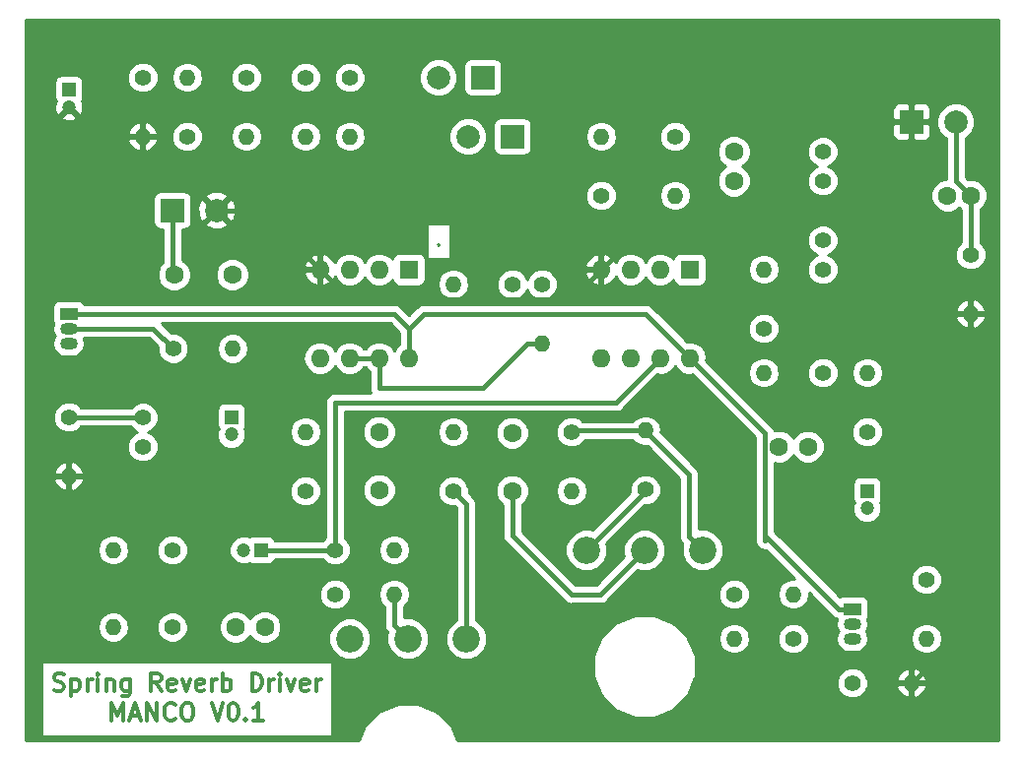
<source format=gbr>
G04 #@! TF.GenerationSoftware,KiCad,Pcbnew,5.0.2+dfsg1-1*
G04 #@! TF.CreationDate,2020-11-21T16:05:11+01:00*
G04 #@! TF.ProjectId,reverb,72657665-7262-42e6-9b69-6361645f7063,rev?*
G04 #@! TF.SameCoordinates,Original*
G04 #@! TF.FileFunction,Copper,L1,Top*
G04 #@! TF.FilePolarity,Positive*
%FSLAX46Y46*%
G04 Gerber Fmt 4.6, Leading zero omitted, Abs format (unit mm)*
G04 Created by KiCad (PCBNEW 5.0.2+dfsg1-1) date Sat 21 Nov 2020 04:05:11 PM CET*
%MOMM*%
%LPD*%
G01*
G04 APERTURE LIST*
G04 #@! TA.AperFunction,NonConductor*
%ADD10C,0.250000*%
G04 #@! TD*
G04 #@! TA.AperFunction,NonConductor*
%ADD11C,0.300000*%
G04 #@! TD*
G04 #@! TA.AperFunction,ComponentPad*
%ADD12R,1.998980X1.998980*%
G04 #@! TD*
G04 #@! TA.AperFunction,ComponentPad*
%ADD13C,1.998980*%
G04 #@! TD*
G04 #@! TA.AperFunction,ComponentPad*
%ADD14C,1.600000*%
G04 #@! TD*
G04 #@! TA.AperFunction,ComponentPad*
%ADD15C,1.400000*%
G04 #@! TD*
G04 #@! TA.AperFunction,ComponentPad*
%ADD16C,1.200000*%
G04 #@! TD*
G04 #@! TA.AperFunction,ComponentPad*
%ADD17R,1.200000X1.200000*%
G04 #@! TD*
G04 #@! TA.AperFunction,ComponentPad*
%ADD18O,1.500000X1.050000*%
G04 #@! TD*
G04 #@! TA.AperFunction,ComponentPad*
%ADD19R,1.500000X1.050000*%
G04 #@! TD*
G04 #@! TA.AperFunction,ComponentPad*
%ADD20O,1.400000X1.400000*%
G04 #@! TD*
G04 #@! TA.AperFunction,ComponentPad*
%ADD21C,2.340000*%
G04 #@! TD*
G04 #@! TA.AperFunction,ComponentPad*
%ADD22R,1.600000X1.600000*%
G04 #@! TD*
G04 #@! TA.AperFunction,ComponentPad*
%ADD23O,1.600000X1.600000*%
G04 #@! TD*
G04 #@! TA.AperFunction,Conductor*
%ADD24C,0.400000*%
G04 #@! TD*
G04 #@! TA.AperFunction,Conductor*
%ADD25C,0.254000*%
G04 #@! TD*
G04 APERTURE END LIST*
D10*
X147320000Y-43537142D02*
X147367619Y-43584761D01*
X147320000Y-43632380D01*
X147272380Y-43584761D01*
X147320000Y-43537142D01*
X147320000Y-43632380D01*
D11*
X114301428Y-81882142D02*
X114515714Y-81953571D01*
X114872857Y-81953571D01*
X115015714Y-81882142D01*
X115087142Y-81810714D01*
X115158571Y-81667857D01*
X115158571Y-81525000D01*
X115087142Y-81382142D01*
X115015714Y-81310714D01*
X114872857Y-81239285D01*
X114587142Y-81167857D01*
X114444285Y-81096428D01*
X114372857Y-81025000D01*
X114301428Y-80882142D01*
X114301428Y-80739285D01*
X114372857Y-80596428D01*
X114444285Y-80525000D01*
X114587142Y-80453571D01*
X114944285Y-80453571D01*
X115158571Y-80525000D01*
X115801428Y-80953571D02*
X115801428Y-82453571D01*
X115801428Y-81025000D02*
X115944285Y-80953571D01*
X116230000Y-80953571D01*
X116372857Y-81025000D01*
X116444285Y-81096428D01*
X116515714Y-81239285D01*
X116515714Y-81667857D01*
X116444285Y-81810714D01*
X116372857Y-81882142D01*
X116230000Y-81953571D01*
X115944285Y-81953571D01*
X115801428Y-81882142D01*
X117158571Y-81953571D02*
X117158571Y-80953571D01*
X117158571Y-81239285D02*
X117230000Y-81096428D01*
X117301428Y-81025000D01*
X117444285Y-80953571D01*
X117587142Y-80953571D01*
X118087142Y-81953571D02*
X118087142Y-80953571D01*
X118087142Y-80453571D02*
X118015714Y-80525000D01*
X118087142Y-80596428D01*
X118158571Y-80525000D01*
X118087142Y-80453571D01*
X118087142Y-80596428D01*
X118801428Y-80953571D02*
X118801428Y-81953571D01*
X118801428Y-81096428D02*
X118872857Y-81025000D01*
X119015714Y-80953571D01*
X119230000Y-80953571D01*
X119372857Y-81025000D01*
X119444285Y-81167857D01*
X119444285Y-81953571D01*
X120801428Y-80953571D02*
X120801428Y-82167857D01*
X120730000Y-82310714D01*
X120658571Y-82382142D01*
X120515714Y-82453571D01*
X120301428Y-82453571D01*
X120158571Y-82382142D01*
X120801428Y-81882142D02*
X120658571Y-81953571D01*
X120372857Y-81953571D01*
X120230000Y-81882142D01*
X120158571Y-81810714D01*
X120087142Y-81667857D01*
X120087142Y-81239285D01*
X120158571Y-81096428D01*
X120230000Y-81025000D01*
X120372857Y-80953571D01*
X120658571Y-80953571D01*
X120801428Y-81025000D01*
X123515714Y-81953571D02*
X123015714Y-81239285D01*
X122658571Y-81953571D02*
X122658571Y-80453571D01*
X123230000Y-80453571D01*
X123372857Y-80525000D01*
X123444285Y-80596428D01*
X123515714Y-80739285D01*
X123515714Y-80953571D01*
X123444285Y-81096428D01*
X123372857Y-81167857D01*
X123230000Y-81239285D01*
X122658571Y-81239285D01*
X124730000Y-81882142D02*
X124587142Y-81953571D01*
X124301428Y-81953571D01*
X124158571Y-81882142D01*
X124087142Y-81739285D01*
X124087142Y-81167857D01*
X124158571Y-81025000D01*
X124301428Y-80953571D01*
X124587142Y-80953571D01*
X124730000Y-81025000D01*
X124801428Y-81167857D01*
X124801428Y-81310714D01*
X124087142Y-81453571D01*
X125301428Y-80953571D02*
X125658571Y-81953571D01*
X126015714Y-80953571D01*
X127158571Y-81882142D02*
X127015714Y-81953571D01*
X126730000Y-81953571D01*
X126587142Y-81882142D01*
X126515714Y-81739285D01*
X126515714Y-81167857D01*
X126587142Y-81025000D01*
X126730000Y-80953571D01*
X127015714Y-80953571D01*
X127158571Y-81025000D01*
X127230000Y-81167857D01*
X127230000Y-81310714D01*
X126515714Y-81453571D01*
X127872857Y-81953571D02*
X127872857Y-80953571D01*
X127872857Y-81239285D02*
X127944285Y-81096428D01*
X128015714Y-81025000D01*
X128158571Y-80953571D01*
X128301428Y-80953571D01*
X128801428Y-81953571D02*
X128801428Y-80453571D01*
X128801428Y-81025000D02*
X128944285Y-80953571D01*
X129230000Y-80953571D01*
X129372857Y-81025000D01*
X129444285Y-81096428D01*
X129515714Y-81239285D01*
X129515714Y-81667857D01*
X129444285Y-81810714D01*
X129372857Y-81882142D01*
X129230000Y-81953571D01*
X128944285Y-81953571D01*
X128801428Y-81882142D01*
X131301428Y-81953571D02*
X131301428Y-80453571D01*
X131658571Y-80453571D01*
X131872857Y-80525000D01*
X132015714Y-80667857D01*
X132087142Y-80810714D01*
X132158571Y-81096428D01*
X132158571Y-81310714D01*
X132087142Y-81596428D01*
X132015714Y-81739285D01*
X131872857Y-81882142D01*
X131658571Y-81953571D01*
X131301428Y-81953571D01*
X132801428Y-81953571D02*
X132801428Y-80953571D01*
X132801428Y-81239285D02*
X132872857Y-81096428D01*
X132944285Y-81025000D01*
X133087142Y-80953571D01*
X133230000Y-80953571D01*
X133730000Y-81953571D02*
X133730000Y-80953571D01*
X133730000Y-80453571D02*
X133658571Y-80525000D01*
X133730000Y-80596428D01*
X133801428Y-80525000D01*
X133730000Y-80453571D01*
X133730000Y-80596428D01*
X134301428Y-80953571D02*
X134658571Y-81953571D01*
X135015714Y-80953571D01*
X136158571Y-81882142D02*
X136015714Y-81953571D01*
X135730000Y-81953571D01*
X135587142Y-81882142D01*
X135515714Y-81739285D01*
X135515714Y-81167857D01*
X135587142Y-81025000D01*
X135730000Y-80953571D01*
X136015714Y-80953571D01*
X136158571Y-81025000D01*
X136230000Y-81167857D01*
X136230000Y-81310714D01*
X135515714Y-81453571D01*
X136872857Y-81953571D02*
X136872857Y-80953571D01*
X136872857Y-81239285D02*
X136944285Y-81096428D01*
X137015714Y-81025000D01*
X137158571Y-80953571D01*
X137301428Y-80953571D01*
X119265714Y-84503571D02*
X119265714Y-83003571D01*
X119765714Y-84075000D01*
X120265714Y-83003571D01*
X120265714Y-84503571D01*
X120908571Y-84075000D02*
X121622857Y-84075000D01*
X120765714Y-84503571D02*
X121265714Y-83003571D01*
X121765714Y-84503571D01*
X122265714Y-84503571D02*
X122265714Y-83003571D01*
X123122857Y-84503571D01*
X123122857Y-83003571D01*
X124694285Y-84360714D02*
X124622857Y-84432142D01*
X124408571Y-84503571D01*
X124265714Y-84503571D01*
X124051428Y-84432142D01*
X123908571Y-84289285D01*
X123837142Y-84146428D01*
X123765714Y-83860714D01*
X123765714Y-83646428D01*
X123837142Y-83360714D01*
X123908571Y-83217857D01*
X124051428Y-83075000D01*
X124265714Y-83003571D01*
X124408571Y-83003571D01*
X124622857Y-83075000D01*
X124694285Y-83146428D01*
X125622857Y-83003571D02*
X125908571Y-83003571D01*
X126051428Y-83075000D01*
X126194285Y-83217857D01*
X126265714Y-83503571D01*
X126265714Y-84003571D01*
X126194285Y-84289285D01*
X126051428Y-84432142D01*
X125908571Y-84503571D01*
X125622857Y-84503571D01*
X125480000Y-84432142D01*
X125337142Y-84289285D01*
X125265714Y-84003571D01*
X125265714Y-83503571D01*
X125337142Y-83217857D01*
X125480000Y-83075000D01*
X125622857Y-83003571D01*
X127837142Y-83003571D02*
X128337142Y-84503571D01*
X128837142Y-83003571D01*
X129622857Y-83003571D02*
X129765714Y-83003571D01*
X129908571Y-83075000D01*
X129980000Y-83146428D01*
X130051428Y-83289285D01*
X130122857Y-83575000D01*
X130122857Y-83932142D01*
X130051428Y-84217857D01*
X129980000Y-84360714D01*
X129908571Y-84432142D01*
X129765714Y-84503571D01*
X129622857Y-84503571D01*
X129480000Y-84432142D01*
X129408571Y-84360714D01*
X129337142Y-84217857D01*
X129265714Y-83932142D01*
X129265714Y-83575000D01*
X129337142Y-83289285D01*
X129408571Y-83146428D01*
X129480000Y-83075000D01*
X129622857Y-83003571D01*
X130765714Y-84360714D02*
X130837142Y-84432142D01*
X130765714Y-84503571D01*
X130694285Y-84432142D01*
X130765714Y-84360714D01*
X130765714Y-84503571D01*
X132265714Y-84503571D02*
X131408571Y-84503571D01*
X131837142Y-84503571D02*
X131837142Y-83003571D01*
X131694285Y-83217857D01*
X131551428Y-83360714D01*
X131408571Y-83432142D01*
D12*
G04 #@! TO.P,J1,1*
G04 #@! TO.N,Net-(C1-Pad2)*
X124460000Y-40640000D03*
D13*
G04 #@! TO.P,J1,2*
G04 #@! TO.N,GND*
X128270000Y-40640000D03*
G04 #@! TD*
D14*
G04 #@! TO.P,C7,1*
G04 #@! TO.N,Net-(C7-Pad1)*
X193040000Y-39370000D03*
G04 #@! TO.P,C7,2*
G04 #@! TO.N,Net-(C7-Pad2)*
X191040000Y-39370000D03*
G04 #@! TD*
G04 #@! TO.P,C1,1*
G04 #@! TO.N,Net-(C1-Pad1)*
X129620476Y-46168204D03*
G04 #@! TO.P,C1,2*
G04 #@! TO.N,Net-(C1-Pad2)*
X124620476Y-46168204D03*
G04 #@! TD*
D15*
G04 #@! TO.P,C2,1*
G04 #@! TO.N,Net-(C2-Pad1)*
X121920000Y-60960000D03*
G04 #@! TO.P,C2,2*
G04 #@! TO.N,Net-(C2-Pad2)*
X121920000Y-58460000D03*
G04 #@! TD*
D16*
G04 #@! TO.P,C3,2*
G04 #@! TO.N,GND*
X115570000Y-31750000D03*
D17*
G04 #@! TO.P,C3,1*
G04 #@! TO.N,VDD*
X115570000Y-30250000D03*
G04 #@! TD*
G04 #@! TO.P,C4,1*
G04 #@! TO.N,Net-(C4-Pad1)*
X129540000Y-58420000D03*
D16*
G04 #@! TO.P,C4,2*
G04 #@! TO.N,Net-(C2-Pad1)*
X129540000Y-59920000D03*
G04 #@! TD*
D14*
G04 #@! TO.P,C5,2*
G04 #@! TO.N,Net-(C5-Pad2)*
X153670000Y-59770000D03*
G04 #@! TO.P,C5,1*
G04 #@! TO.N,Net-(C5-Pad1)*
X153670000Y-64770000D03*
G04 #@! TD*
G04 #@! TO.P,C6,1*
G04 #@! TO.N,Net-(C6-Pad1)*
X132398911Y-76483526D03*
G04 #@! TO.P,C6,2*
G04 #@! TO.N,Net-(C6-Pad2)*
X129898911Y-76483526D03*
G04 #@! TD*
D15*
G04 #@! TO.P,C8,1*
G04 #@! TO.N,Net-(C11-Pad1)*
X180340000Y-38100000D03*
G04 #@! TO.P,C8,2*
G04 #@! TO.N,Net-(C8-Pad2)*
X180340000Y-35600000D03*
G04 #@! TD*
G04 #@! TO.P,C9,2*
G04 #@! TO.N,VDD*
X180340000Y-43220000D03*
G04 #@! TO.P,C9,1*
G04 #@! TO.N,Net-(C9-Pad1)*
X180340000Y-45720000D03*
G04 #@! TD*
D14*
G04 #@! TO.P,C10,1*
G04 #@! TO.N,Net-(C10-Pad1)*
X142240000Y-59690000D03*
G04 #@! TO.P,C10,2*
G04 #@! TO.N,VDD*
X142240000Y-64690000D03*
G04 #@! TD*
G04 #@! TO.P,C11,2*
G04 #@! TO.N,VDD*
X172720000Y-35600000D03*
G04 #@! TO.P,C11,1*
G04 #@! TO.N,Net-(C11-Pad1)*
X172720000Y-38100000D03*
G04 #@! TD*
G04 #@! TO.P,C12,1*
G04 #@! TO.N,Net-(C12-Pad1)*
X179070000Y-60960000D03*
G04 #@! TO.P,C12,2*
G04 #@! TO.N,Net-(C12-Pad2)*
X176570000Y-60960000D03*
G04 #@! TD*
D16*
G04 #@! TO.P,C13,2*
G04 #@! TO.N,Net-(C13-Pad2)*
X130580000Y-69850000D03*
D17*
G04 #@! TO.P,C13,1*
G04 #@! TO.N,Net-(C13-Pad1)*
X132080000Y-69850000D03*
G04 #@! TD*
G04 #@! TO.P,C14,1*
G04 #@! TO.N,Net-(C14-Pad1)*
X184150000Y-64770000D03*
D16*
G04 #@! TO.P,C14,2*
G04 #@! TO.N,Net-(C14-Pad2)*
X184150000Y-66270000D03*
G04 #@! TD*
D12*
G04 #@! TO.P,J2,1*
G04 #@! TO.N,GND*
X187960000Y-33020000D03*
D13*
G04 #@! TO.P,J2,2*
G04 #@! TO.N,Net-(C7-Pad1)*
X191770000Y-33020000D03*
G04 #@! TD*
G04 #@! TO.P,J3,2*
G04 #@! TO.N,Net-(J3-Pad2)*
X149860000Y-34290000D03*
D12*
G04 #@! TO.P,J3,1*
G04 #@! TO.N,Net-(J3-Pad1)*
X153670000Y-34290000D03*
G04 #@! TD*
D13*
G04 #@! TO.P,J4,2*
G04 #@! TO.N,VDD*
X147320000Y-29210000D03*
D12*
G04 #@! TO.P,J4,1*
G04 #@! TO.N,Net-(C8-Pad2)*
X151130000Y-29210000D03*
G04 #@! TD*
D18*
G04 #@! TO.P,Q1,2*
G04 #@! TO.N,Net-(Q1-Pad2)*
X115570000Y-50800000D03*
G04 #@! TO.P,Q1,3*
G04 #@! TO.N,Net-(C2-Pad2)*
X115570000Y-52070000D03*
D19*
G04 #@! TO.P,Q1,1*
G04 #@! TO.N,VCC*
X115570000Y-49530000D03*
G04 #@! TD*
G04 #@! TO.P,Q2,1*
G04 #@! TO.N,VCC*
X182880000Y-74930000D03*
D18*
G04 #@! TO.P,Q2,3*
G04 #@! TO.N,Net-(Q2-Pad3)*
X182880000Y-77470000D03*
G04 #@! TO.P,Q2,2*
G04 #@! TO.N,Net-(Q2-Pad2)*
X182880000Y-76200000D03*
G04 #@! TD*
D15*
G04 #@! TO.P,R1,1*
G04 #@! TO.N,Net-(Q1-Pad2)*
X124540476Y-52518204D03*
D20*
G04 #@! TO.P,R1,2*
G04 #@! TO.N,Net-(C1-Pad1)*
X129620476Y-52518204D03*
G04 #@! TD*
D15*
G04 #@! TO.P,R2,1*
G04 #@! TO.N,VDD*
X130810000Y-29210000D03*
D20*
G04 #@! TO.P,R2,2*
G04 #@! TO.N,Net-(Q1-Pad2)*
X130810000Y-34290000D03*
G04 #@! TD*
G04 #@! TO.P,R3,2*
G04 #@! TO.N,GND*
X115570000Y-63500000D03*
D15*
G04 #@! TO.P,R3,1*
G04 #@! TO.N,Net-(C2-Pad2)*
X115570000Y-58420000D03*
G04 #@! TD*
G04 #@! TO.P,R4,1*
G04 #@! TO.N,VCC*
X125730000Y-34290000D03*
D20*
G04 #@! TO.P,R4,2*
G04 #@! TO.N,VDD*
X125730000Y-29210000D03*
G04 #@! TD*
G04 #@! TO.P,R5,2*
G04 #@! TO.N,GND*
X121920000Y-34290000D03*
D15*
G04 #@! TO.P,R5,1*
G04 #@! TO.N,VDD*
X121920000Y-29210000D03*
G04 #@! TD*
D20*
G04 #@! TO.P,R6,2*
G04 #@! TO.N,Net-(C4-Pad1)*
X135890000Y-34290000D03*
D15*
G04 #@! TO.P,R6,1*
G04 #@! TO.N,VDD*
X135890000Y-29210000D03*
G04 #@! TD*
D20*
G04 #@! TO.P,R7,2*
G04 #@! TO.N,Net-(R7-Pad2)*
X156210000Y-52070000D03*
D15*
G04 #@! TO.P,R7,1*
G04 #@! TO.N,Net-(J3-Pad2)*
X156210000Y-46990000D03*
G04 #@! TD*
G04 #@! TO.P,R8,1*
G04 #@! TO.N,Net-(J3-Pad2)*
X153670000Y-46990000D03*
D20*
G04 #@! TO.P,R8,2*
G04 #@! TO.N,Net-(R8-Pad2)*
X148590000Y-46990000D03*
G04 #@! TD*
G04 #@! TO.P,R9,2*
G04 #@! TO.N,Net-(C11-Pad1)*
X167640000Y-39370000D03*
D15*
G04 #@! TO.P,R9,1*
G04 #@! TO.N,VDD*
X167640000Y-34290000D03*
G04 #@! TD*
D20*
G04 #@! TO.P,R10,2*
G04 #@! TO.N,Net-(J3-Pad1)*
X139700000Y-34290000D03*
D15*
G04 #@! TO.P,R10,1*
G04 #@! TO.N,VDD*
X139700000Y-29210000D03*
G04 #@! TD*
G04 #@! TO.P,R11,1*
G04 #@! TO.N,Net-(C6-Pad2)*
X124460000Y-76483526D03*
D20*
G04 #@! TO.P,R11,2*
G04 #@! TO.N,Net-(C2-Pad1)*
X119380000Y-76483526D03*
G04 #@! TD*
D15*
G04 #@! TO.P,R12,1*
G04 #@! TO.N,Net-(Q2-Pad2)*
X177800000Y-77470000D03*
D20*
G04 #@! TO.P,R12,2*
G04 #@! TO.N,Net-(C6-Pad1)*
X172720000Y-77470000D03*
G04 #@! TD*
G04 #@! TO.P,R13,2*
G04 #@! TO.N,Net-(Q2-Pad2)*
X177800000Y-73660000D03*
D15*
G04 #@! TO.P,R13,1*
G04 #@! TO.N,VDD*
X172720000Y-73660000D03*
G04 #@! TD*
G04 #@! TO.P,R14,1*
G04 #@! TO.N,Net-(Q2-Pad3)*
X182880000Y-81280000D03*
D20*
G04 #@! TO.P,R14,2*
G04 #@! TO.N,GND*
X187960000Y-81280000D03*
G04 #@! TD*
D15*
G04 #@! TO.P,R15,1*
G04 #@! TO.N,VDD*
X148590000Y-64770000D03*
D20*
G04 #@! TO.P,R15,2*
G04 #@! TO.N,Net-(C5-Pad2)*
X148590000Y-59690000D03*
G04 #@! TD*
G04 #@! TO.P,R16,2*
G04 #@! TO.N,Net-(C14-Pad2)*
X158750000Y-64770000D03*
D15*
G04 #@! TO.P,R16,1*
G04 #@! TO.N,Net-(C10-Pad1)*
X158750000Y-59690000D03*
G04 #@! TD*
G04 #@! TO.P,R17,1*
G04 #@! TO.N,Net-(C12-Pad2)*
X175260000Y-50800000D03*
D20*
G04 #@! TO.P,R17,2*
G04 #@! TO.N,Net-(C9-Pad1)*
X175260000Y-45720000D03*
G04 #@! TD*
D15*
G04 #@! TO.P,R18,1*
G04 #@! TO.N,Net-(C12-Pad2)*
X161290000Y-39370000D03*
D20*
G04 #@! TO.P,R18,2*
G04 #@! TO.N,VDD*
X161290000Y-34290000D03*
G04 #@! TD*
G04 #@! TO.P,R19,2*
G04 #@! TO.N,Net-(C10-Pad1)*
X165100000Y-59593845D03*
D15*
G04 #@! TO.P,R19,1*
G04 #@! TO.N,Net-(R19-Pad1)*
X165100000Y-64673845D03*
G04 #@! TD*
G04 #@! TO.P,R20,1*
G04 #@! TO.N,VDD*
X135890000Y-64770000D03*
D20*
G04 #@! TO.P,R20,2*
G04 #@! TO.N,Net-(C10-Pad1)*
X135890000Y-59690000D03*
G04 #@! TD*
G04 #@! TO.P,R21,2*
G04 #@! TO.N,Net-(C12-Pad2)*
X175260000Y-54610000D03*
D15*
G04 #@! TO.P,R21,1*
G04 #@! TO.N,Net-(C12-Pad1)*
X180340000Y-54610000D03*
G04 #@! TD*
G04 #@! TO.P,R22,1*
G04 #@! TO.N,Net-(C13-Pad1)*
X138430000Y-69850000D03*
D20*
G04 #@! TO.P,R22,2*
G04 #@! TO.N,Net-(R19-Pad1)*
X143510000Y-69850000D03*
G04 #@! TD*
G04 #@! TO.P,R23,2*
G04 #@! TO.N,Net-(C12-Pad1)*
X184150000Y-54610000D03*
D15*
G04 #@! TO.P,R23,1*
G04 #@! TO.N,Net-(C14-Pad1)*
X184150000Y-59690000D03*
G04 #@! TD*
D20*
G04 #@! TO.P,R24,2*
G04 #@! TO.N,Net-(C2-Pad1)*
X119380000Y-69850000D03*
D15*
G04 #@! TO.P,R24,1*
G04 #@! TO.N,Net-(C13-Pad2)*
X124460000Y-69850000D03*
G04 #@! TD*
D20*
G04 #@! TO.P,R25,2*
G04 #@! TO.N,Net-(R25-Pad2)*
X143510000Y-73660000D03*
D15*
G04 #@! TO.P,R25,1*
G04 #@! TO.N,Net-(C6-Pad2)*
X138430000Y-73660000D03*
G04 #@! TD*
G04 #@! TO.P,R26,1*
G04 #@! TO.N,Net-(C7-Pad2)*
X189230000Y-72390000D03*
D20*
G04 #@! TO.P,R26,2*
G04 #@! TO.N,Net-(Q2-Pad3)*
X189230000Y-77470000D03*
G04 #@! TD*
D15*
G04 #@! TO.P,R27,1*
G04 #@! TO.N,Net-(C7-Pad1)*
X193040000Y-44450000D03*
D20*
G04 #@! TO.P,R27,2*
G04 #@! TO.N,GND*
X193040000Y-49530000D03*
G04 #@! TD*
D21*
G04 #@! TO.P,RV1,1*
G04 #@! TO.N,Net-(R19-Pad1)*
X160020000Y-69850000D03*
G04 #@! TO.P,RV1,2*
G04 #@! TO.N,Net-(C5-Pad1)*
X165020000Y-69850000D03*
G04 #@! TO.P,RV1,3*
G04 #@! TO.N,Net-(C10-Pad1)*
X170020000Y-69850000D03*
G04 #@! TD*
G04 #@! TO.P,RV2,3*
G04 #@! TO.N,VDD*
X149700000Y-77470000D03*
G04 #@! TO.P,RV2,2*
G04 #@! TO.N,Net-(R25-Pad2)*
X144700000Y-77470000D03*
G04 #@! TO.P,RV2,1*
G04 #@! TO.N,Net-(RV2-Pad1)*
X139700000Y-77470000D03*
G04 #@! TD*
D22*
G04 #@! TO.P,U1,1*
G04 #@! TO.N,Net-(R8-Pad2)*
X144780000Y-45720000D03*
D23*
G04 #@! TO.P,U1,5*
X137160000Y-53340000D03*
G04 #@! TO.P,U1,2*
G04 #@! TO.N,Net-(J3-Pad1)*
X142240000Y-45720000D03*
G04 #@! TO.P,U1,6*
G04 #@! TO.N,Net-(R7-Pad2)*
X139700000Y-53340000D03*
G04 #@! TO.P,U1,3*
G04 #@! TO.N,Net-(C4-Pad1)*
X139700000Y-45720000D03*
G04 #@! TO.P,U1,7*
G04 #@! TO.N,Net-(R7-Pad2)*
X142240000Y-53340000D03*
G04 #@! TO.P,U1,4*
G04 #@! TO.N,GND*
X137160000Y-45720000D03*
G04 #@! TO.P,U1,8*
G04 #@! TO.N,VCC*
X144780000Y-53340000D03*
G04 #@! TD*
G04 #@! TO.P,U2,8*
G04 #@! TO.N,VCC*
X168910000Y-53340000D03*
G04 #@! TO.P,U2,4*
G04 #@! TO.N,GND*
X161290000Y-45720000D03*
G04 #@! TO.P,U2,7*
G04 #@! TO.N,Net-(C13-Pad1)*
X166370000Y-53340000D03*
G04 #@! TO.P,U2,3*
G04 #@! TO.N,Net-(C11-Pad1)*
X163830000Y-45720000D03*
G04 #@! TO.P,U2,6*
G04 #@! TO.N,Net-(R19-Pad1)*
X163830000Y-53340000D03*
G04 #@! TO.P,U2,2*
G04 #@! TO.N,Net-(C12-Pad2)*
X166370000Y-45720000D03*
G04 #@! TO.P,U2,5*
G04 #@! TO.N,Net-(C10-Pad1)*
X161290000Y-53340000D03*
D22*
G04 #@! TO.P,U2,1*
G04 #@! TO.N,Net-(C12-Pad1)*
X168910000Y-45720000D03*
G04 #@! TD*
D24*
G04 #@! TO.N,Net-(C1-Pad2)*
X124460000Y-46007728D02*
X124620476Y-46168204D01*
X124460000Y-40640000D02*
X124460000Y-46007728D01*
G04 #@! TO.N,Net-(C2-Pad2)*
X115570000Y-58420000D02*
X121920000Y-58420000D01*
G04 #@! TO.N,GND*
X137959999Y-46519999D02*
X137160000Y-45720000D01*
X139700000Y-48260000D02*
X137959999Y-46519999D01*
X158750000Y-48260000D02*
X139700000Y-48260000D01*
X161290000Y-45720000D02*
X158750000Y-48260000D01*
X166011998Y-40998002D02*
X161290000Y-45720000D01*
X181610000Y-40998002D02*
X166011998Y-40998002D01*
X132080000Y-40640000D02*
X137160000Y-45720000D01*
X128270000Y-40640000D02*
X132080000Y-40640000D01*
X187960000Y-33020000D02*
X187960000Y-46990000D01*
X187960000Y-46990000D02*
X187960000Y-47348002D01*
X187960000Y-47348002D02*
X181610000Y-40998002D01*
X187960000Y-47348002D02*
X193040000Y-52428002D01*
X193040000Y-76200000D02*
X187960000Y-81280000D01*
X193040000Y-49530000D02*
X193040000Y-76200000D01*
G04 #@! TO.N,VDD*
X149700000Y-65880000D02*
X148590000Y-64770000D01*
X149700000Y-77470000D02*
X149700000Y-65880000D01*
G04 #@! TO.N,Net-(C5-Pad1)*
X165020000Y-69850000D02*
X161210000Y-73660000D01*
X161210000Y-73660000D02*
X158750000Y-73660000D01*
X153670000Y-68580000D02*
X153670000Y-64770000D01*
X158750000Y-73660000D02*
X153670000Y-68580000D01*
G04 #@! TO.N,Net-(C7-Pad1)*
X193040000Y-44450000D02*
X193040000Y-39370000D01*
X191770000Y-38100000D02*
X193040000Y-39370000D01*
X191770000Y-33020000D02*
X191770000Y-38100000D01*
G04 #@! TO.N,Net-(C10-Pad1)*
X165799999Y-60293844D02*
X165100000Y-59593845D01*
X168850001Y-63343846D02*
X165799999Y-60293844D01*
X168850001Y-68680001D02*
X168850001Y-63343846D01*
X170020000Y-69850000D02*
X168850001Y-68680001D01*
X158846155Y-59593845D02*
X158750000Y-59690000D01*
X165100000Y-59593845D02*
X158846155Y-59593845D01*
G04 #@! TO.N,Net-(C13-Pad1)*
X138430000Y-69850000D02*
X132080000Y-69850000D01*
X138430000Y-69850000D02*
X138430000Y-57150000D01*
X162560000Y-57150000D02*
X166370000Y-53340000D01*
X138430000Y-57150000D02*
X162560000Y-57150000D01*
G04 #@! TO.N,Net-(Q1-Pad2)*
X122822272Y-50800000D02*
X124540476Y-52518204D01*
X115570000Y-50800000D02*
X122822272Y-50800000D01*
G04 #@! TO.N,VCC*
X169709999Y-54139999D02*
X168910000Y-53340000D01*
X175369999Y-59799999D02*
X169709999Y-54139999D01*
X144780000Y-53340000D02*
X144780000Y-50800000D01*
X144780000Y-50800000D02*
X146050000Y-49530000D01*
X168910000Y-53340000D02*
X165100000Y-49530000D01*
X165100000Y-49530000D02*
X146050000Y-49530000D01*
X143510000Y-49530000D02*
X115570000Y-49530000D01*
X144780000Y-50800000D02*
X143510000Y-49530000D01*
X181719999Y-74930000D02*
X182880000Y-74930000D01*
X175369999Y-68580000D02*
X181719999Y-74930000D01*
X175369999Y-68580000D02*
X175369999Y-59799999D01*
X175369999Y-69034999D02*
X175369999Y-68580000D01*
G04 #@! TO.N,Net-(R7-Pad2)*
X142240000Y-53340000D02*
X139700000Y-53340000D01*
X156210000Y-52070000D02*
X154940000Y-52070000D01*
X154940000Y-52070000D02*
X151130000Y-55880000D01*
X151130000Y-55880000D02*
X142240000Y-55880000D01*
X142240000Y-55880000D02*
X142240000Y-53340000D01*
G04 #@! TO.N,Net-(R19-Pad1)*
X165100000Y-64770000D02*
X165100000Y-64673845D01*
X160020000Y-69850000D02*
X165100000Y-64770000D01*
G04 #@! TO.N,Net-(R25-Pad2)*
X143510000Y-76280000D02*
X144700000Y-77470000D01*
X143510000Y-73660000D02*
X143510000Y-76280000D01*
G04 #@! TD*
D25*
G04 #@! TO.N,GND*
G36*
X195453000Y-86233000D02*
X148933908Y-86233000D01*
X148417423Y-84986097D01*
X147183903Y-83752577D01*
X145572231Y-83085000D01*
X143827769Y-83085000D01*
X142216097Y-83752577D01*
X140982577Y-84986097D01*
X140466092Y-86233000D01*
X111887000Y-86233000D01*
X111887000Y-79485000D01*
X113230715Y-79485000D01*
X113230715Y-85855000D01*
X138229286Y-85855000D01*
X138229286Y-79485000D01*
X113230715Y-79485000D01*
X111887000Y-79485000D01*
X111887000Y-76483526D01*
X118018846Y-76483526D01*
X118122458Y-77004417D01*
X118417519Y-77446007D01*
X118859109Y-77741068D01*
X119248515Y-77818526D01*
X119511485Y-77818526D01*
X119900891Y-77741068D01*
X120342481Y-77446007D01*
X120637542Y-77004417D01*
X120741154Y-76483526D01*
X120688334Y-76217978D01*
X123125000Y-76217978D01*
X123125000Y-76749074D01*
X123328242Y-77239743D01*
X123703783Y-77615284D01*
X124194452Y-77818526D01*
X124725548Y-77818526D01*
X125216217Y-77615284D01*
X125591758Y-77239743D01*
X125795000Y-76749074D01*
X125795000Y-76217978D01*
X125786761Y-76198087D01*
X128463911Y-76198087D01*
X128463911Y-76768965D01*
X128682377Y-77296388D01*
X129086049Y-77700060D01*
X129613472Y-77918526D01*
X130184350Y-77918526D01*
X130711773Y-77700060D01*
X131115445Y-77296388D01*
X131148911Y-77215594D01*
X131182377Y-77296388D01*
X131586049Y-77700060D01*
X132113472Y-77918526D01*
X132684350Y-77918526D01*
X133211773Y-77700060D01*
X133615445Y-77296388D01*
X133692250Y-77110963D01*
X137895000Y-77110963D01*
X137895000Y-77829037D01*
X138169795Y-78492450D01*
X138677550Y-79000205D01*
X139340963Y-79275000D01*
X140059037Y-79275000D01*
X140722450Y-79000205D01*
X141230205Y-78492450D01*
X141505000Y-77829037D01*
X141505000Y-77110963D01*
X141230205Y-76447550D01*
X140722450Y-75939795D01*
X140059037Y-75665000D01*
X139340963Y-75665000D01*
X138677550Y-75939795D01*
X138169795Y-76447550D01*
X137895000Y-77110963D01*
X133692250Y-77110963D01*
X133833911Y-76768965D01*
X133833911Y-76198087D01*
X133615445Y-75670664D01*
X133211773Y-75266992D01*
X132684350Y-75048526D01*
X132113472Y-75048526D01*
X131586049Y-75266992D01*
X131182377Y-75670664D01*
X131148911Y-75751458D01*
X131115445Y-75670664D01*
X130711773Y-75266992D01*
X130184350Y-75048526D01*
X129613472Y-75048526D01*
X129086049Y-75266992D01*
X128682377Y-75670664D01*
X128463911Y-76198087D01*
X125786761Y-76198087D01*
X125591758Y-75727309D01*
X125216217Y-75351768D01*
X124725548Y-75148526D01*
X124194452Y-75148526D01*
X123703783Y-75351768D01*
X123328242Y-75727309D01*
X123125000Y-76217978D01*
X120688334Y-76217978D01*
X120637542Y-75962635D01*
X120342481Y-75521045D01*
X119900891Y-75225984D01*
X119511485Y-75148526D01*
X119248515Y-75148526D01*
X118859109Y-75225984D01*
X118417519Y-75521045D01*
X118122458Y-75962635D01*
X118018846Y-76483526D01*
X111887000Y-76483526D01*
X111887000Y-73394452D01*
X137095000Y-73394452D01*
X137095000Y-73925548D01*
X137298242Y-74416217D01*
X137673783Y-74791758D01*
X138164452Y-74995000D01*
X138695548Y-74995000D01*
X139186217Y-74791758D01*
X139561758Y-74416217D01*
X139765000Y-73925548D01*
X139765000Y-73660000D01*
X142148846Y-73660000D01*
X142252458Y-74180891D01*
X142547519Y-74622481D01*
X142675000Y-74707661D01*
X142675001Y-76197762D01*
X142658643Y-76280000D01*
X142723448Y-76605800D01*
X142723449Y-76605801D01*
X142908000Y-76882001D01*
X142972099Y-76924830D01*
X142895000Y-77110963D01*
X142895000Y-77829037D01*
X143169795Y-78492450D01*
X143677550Y-79000205D01*
X144340963Y-79275000D01*
X145059037Y-79275000D01*
X145722450Y-79000205D01*
X146230205Y-78492450D01*
X146505000Y-77829037D01*
X146505000Y-77110963D01*
X146230205Y-76447550D01*
X145722450Y-75939795D01*
X145059037Y-75665000D01*
X144345000Y-75665000D01*
X144345000Y-74707661D01*
X144472481Y-74622481D01*
X144767542Y-74180891D01*
X144871154Y-73660000D01*
X144767542Y-73139109D01*
X144472481Y-72697519D01*
X144030891Y-72402458D01*
X143641485Y-72325000D01*
X143378515Y-72325000D01*
X142989109Y-72402458D01*
X142547519Y-72697519D01*
X142252458Y-73139109D01*
X142148846Y-73660000D01*
X139765000Y-73660000D01*
X139765000Y-73394452D01*
X139561758Y-72903783D01*
X139186217Y-72528242D01*
X138695548Y-72325000D01*
X138164452Y-72325000D01*
X137673783Y-72528242D01*
X137298242Y-72903783D01*
X137095000Y-73394452D01*
X111887000Y-73394452D01*
X111887000Y-69850000D01*
X118018846Y-69850000D01*
X118122458Y-70370891D01*
X118417519Y-70812481D01*
X118859109Y-71107542D01*
X119248515Y-71185000D01*
X119511485Y-71185000D01*
X119900891Y-71107542D01*
X120342481Y-70812481D01*
X120637542Y-70370891D01*
X120741154Y-69850000D01*
X120688334Y-69584452D01*
X123125000Y-69584452D01*
X123125000Y-70115548D01*
X123328242Y-70606217D01*
X123703783Y-70981758D01*
X124194452Y-71185000D01*
X124725548Y-71185000D01*
X125216217Y-70981758D01*
X125591758Y-70606217D01*
X125795000Y-70115548D01*
X125795000Y-69584452D01*
X125591758Y-69093783D01*
X125216217Y-68718242D01*
X124725548Y-68515000D01*
X124194452Y-68515000D01*
X123703783Y-68718242D01*
X123328242Y-69093783D01*
X123125000Y-69584452D01*
X120688334Y-69584452D01*
X120637542Y-69329109D01*
X120342481Y-68887519D01*
X119900891Y-68592458D01*
X119511485Y-68515000D01*
X119248515Y-68515000D01*
X118859109Y-68592458D01*
X118417519Y-68887519D01*
X118122458Y-69329109D01*
X118018846Y-69850000D01*
X111887000Y-69850000D01*
X111887000Y-63833331D01*
X114277273Y-63833331D01*
X114503236Y-64302663D01*
X114891604Y-64649797D01*
X115236671Y-64792716D01*
X115443000Y-64669374D01*
X115443000Y-63627000D01*
X115697000Y-63627000D01*
X115697000Y-64669374D01*
X115903329Y-64792716D01*
X116248396Y-64649797D01*
X116411005Y-64504452D01*
X134555000Y-64504452D01*
X134555000Y-65035548D01*
X134758242Y-65526217D01*
X135133783Y-65901758D01*
X135624452Y-66105000D01*
X136155548Y-66105000D01*
X136646217Y-65901758D01*
X137021758Y-65526217D01*
X137225000Y-65035548D01*
X137225000Y-64504452D01*
X137021758Y-64013783D01*
X136646217Y-63638242D01*
X136155548Y-63435000D01*
X135624452Y-63435000D01*
X135133783Y-63638242D01*
X134758242Y-64013783D01*
X134555000Y-64504452D01*
X116411005Y-64504452D01*
X116636764Y-64302663D01*
X116862727Y-63833331D01*
X116740206Y-63627000D01*
X115697000Y-63627000D01*
X115443000Y-63627000D01*
X114399794Y-63627000D01*
X114277273Y-63833331D01*
X111887000Y-63833331D01*
X111887000Y-63166669D01*
X114277273Y-63166669D01*
X114399794Y-63373000D01*
X115443000Y-63373000D01*
X115443000Y-62330626D01*
X115697000Y-62330626D01*
X115697000Y-63373000D01*
X116740206Y-63373000D01*
X116862727Y-63166669D01*
X116636764Y-62697337D01*
X116248396Y-62350203D01*
X115903329Y-62207284D01*
X115697000Y-62330626D01*
X115443000Y-62330626D01*
X115236671Y-62207284D01*
X114891604Y-62350203D01*
X114503236Y-62697337D01*
X114277273Y-63166669D01*
X111887000Y-63166669D01*
X111887000Y-58154452D01*
X114235000Y-58154452D01*
X114235000Y-58685548D01*
X114438242Y-59176217D01*
X114813783Y-59551758D01*
X115304452Y-59755000D01*
X115835548Y-59755000D01*
X116326217Y-59551758D01*
X116622975Y-59255000D01*
X120827025Y-59255000D01*
X121163783Y-59591758D01*
X121449244Y-59710000D01*
X121163783Y-59828242D01*
X120788242Y-60203783D01*
X120585000Y-60694452D01*
X120585000Y-61225548D01*
X120788242Y-61716217D01*
X121163783Y-62091758D01*
X121654452Y-62295000D01*
X122185548Y-62295000D01*
X122676217Y-62091758D01*
X123051758Y-61716217D01*
X123255000Y-61225548D01*
X123255000Y-60694452D01*
X123051758Y-60203783D01*
X122676217Y-59828242D01*
X122390756Y-59710000D01*
X122676217Y-59591758D01*
X123051758Y-59216217D01*
X123255000Y-58725548D01*
X123255000Y-58194452D01*
X123099897Y-57820000D01*
X128292560Y-57820000D01*
X128292560Y-59020000D01*
X128341843Y-59267765D01*
X128423062Y-59389317D01*
X128305000Y-59674343D01*
X128305000Y-60165657D01*
X128493018Y-60619571D01*
X128840429Y-60966982D01*
X129294343Y-61155000D01*
X129785657Y-61155000D01*
X130239571Y-60966982D01*
X130586982Y-60619571D01*
X130775000Y-60165657D01*
X130775000Y-59690000D01*
X134528846Y-59690000D01*
X134632458Y-60210891D01*
X134927519Y-60652481D01*
X135369109Y-60947542D01*
X135758515Y-61025000D01*
X136021485Y-61025000D01*
X136410891Y-60947542D01*
X136852481Y-60652481D01*
X137147542Y-60210891D01*
X137251154Y-59690000D01*
X137147542Y-59169109D01*
X136852481Y-58727519D01*
X136410891Y-58432458D01*
X136021485Y-58355000D01*
X135758515Y-58355000D01*
X135369109Y-58432458D01*
X134927519Y-58727519D01*
X134632458Y-59169109D01*
X134528846Y-59690000D01*
X130775000Y-59690000D01*
X130775000Y-59674343D01*
X130656938Y-59389317D01*
X130738157Y-59267765D01*
X130787440Y-59020000D01*
X130787440Y-57820000D01*
X130738157Y-57572235D01*
X130597809Y-57362191D01*
X130387765Y-57221843D01*
X130140000Y-57172560D01*
X128940000Y-57172560D01*
X128692235Y-57221843D01*
X128482191Y-57362191D01*
X128341843Y-57572235D01*
X128292560Y-57820000D01*
X123099897Y-57820000D01*
X123051758Y-57703783D01*
X122676217Y-57328242D01*
X122185548Y-57125000D01*
X121654452Y-57125000D01*
X121163783Y-57328242D01*
X120907025Y-57585000D01*
X116622975Y-57585000D01*
X116326217Y-57288242D01*
X115835548Y-57085000D01*
X115304452Y-57085000D01*
X114813783Y-57288242D01*
X114438242Y-57663783D01*
X114235000Y-58154452D01*
X111887000Y-58154452D01*
X111887000Y-50800000D01*
X114162275Y-50800000D01*
X114252305Y-51252609D01*
X114374174Y-51435000D01*
X114252305Y-51617391D01*
X114162275Y-52070000D01*
X114252305Y-52522609D01*
X114508687Y-52906313D01*
X114892391Y-53162695D01*
X115230754Y-53230000D01*
X115909246Y-53230000D01*
X116247609Y-53162695D01*
X116631313Y-52906313D01*
X116887695Y-52522609D01*
X116977725Y-52070000D01*
X116891198Y-51635000D01*
X122476405Y-51635000D01*
X123205476Y-52364072D01*
X123205476Y-52783752D01*
X123408718Y-53274421D01*
X123784259Y-53649962D01*
X124274928Y-53853204D01*
X124806024Y-53853204D01*
X125296693Y-53649962D01*
X125672234Y-53274421D01*
X125875476Y-52783752D01*
X125875476Y-52518204D01*
X128259322Y-52518204D01*
X128362934Y-53039095D01*
X128657995Y-53480685D01*
X129099585Y-53775746D01*
X129488991Y-53853204D01*
X129751961Y-53853204D01*
X130141367Y-53775746D01*
X130582957Y-53480685D01*
X130878018Y-53039095D01*
X130981630Y-52518204D01*
X130878018Y-51997313D01*
X130582957Y-51555723D01*
X130141367Y-51260662D01*
X129751961Y-51183204D01*
X129488991Y-51183204D01*
X129099585Y-51260662D01*
X128657995Y-51555723D01*
X128362934Y-51997313D01*
X128259322Y-52518204D01*
X125875476Y-52518204D01*
X125875476Y-52252656D01*
X125672234Y-51761987D01*
X125296693Y-51386446D01*
X124806024Y-51183204D01*
X124386344Y-51183204D01*
X123568139Y-50365000D01*
X143164133Y-50365000D01*
X143945001Y-51145869D01*
X143945000Y-52172070D01*
X143745423Y-52305423D01*
X143510000Y-52657758D01*
X143274577Y-52305423D01*
X142799909Y-51988260D01*
X142381333Y-51905000D01*
X142098667Y-51905000D01*
X141680091Y-51988260D01*
X141205423Y-52305423D01*
X141072070Y-52505000D01*
X140867930Y-52505000D01*
X140734577Y-52305423D01*
X140259909Y-51988260D01*
X139841333Y-51905000D01*
X139558667Y-51905000D01*
X139140091Y-51988260D01*
X138665423Y-52305423D01*
X138430000Y-52657758D01*
X138194577Y-52305423D01*
X137719909Y-51988260D01*
X137301333Y-51905000D01*
X137018667Y-51905000D01*
X136600091Y-51988260D01*
X136125423Y-52305423D01*
X135808260Y-52780091D01*
X135696887Y-53340000D01*
X135808260Y-53899909D01*
X136125423Y-54374577D01*
X136600091Y-54691740D01*
X137018667Y-54775000D01*
X137301333Y-54775000D01*
X137719909Y-54691740D01*
X138194577Y-54374577D01*
X138430000Y-54022242D01*
X138665423Y-54374577D01*
X139140091Y-54691740D01*
X139558667Y-54775000D01*
X139841333Y-54775000D01*
X140259909Y-54691740D01*
X140734577Y-54374577D01*
X140867930Y-54175000D01*
X141072070Y-54175000D01*
X141205423Y-54374577D01*
X141405001Y-54507930D01*
X141405000Y-55797763D01*
X141388642Y-55880000D01*
X141453448Y-56205801D01*
X141526412Y-56315000D01*
X138512237Y-56315000D01*
X138430000Y-56298642D01*
X138347763Y-56315000D01*
X138104199Y-56363448D01*
X137827999Y-56547999D01*
X137643448Y-56824199D01*
X137578642Y-57150000D01*
X137595001Y-57232242D01*
X137595000Y-68797025D01*
X137377025Y-69015000D01*
X133280696Y-69015000D01*
X133278157Y-69002235D01*
X133137809Y-68792191D01*
X132927765Y-68651843D01*
X132680000Y-68602560D01*
X131480000Y-68602560D01*
X131232235Y-68651843D01*
X131110683Y-68733062D01*
X130825657Y-68615000D01*
X130334343Y-68615000D01*
X129880429Y-68803018D01*
X129533018Y-69150429D01*
X129345000Y-69604343D01*
X129345000Y-70095657D01*
X129533018Y-70549571D01*
X129880429Y-70896982D01*
X130334343Y-71085000D01*
X130825657Y-71085000D01*
X131110683Y-70966938D01*
X131232235Y-71048157D01*
X131480000Y-71097440D01*
X132680000Y-71097440D01*
X132927765Y-71048157D01*
X133137809Y-70907809D01*
X133278157Y-70697765D01*
X133280696Y-70685000D01*
X137377025Y-70685000D01*
X137673783Y-70981758D01*
X138164452Y-71185000D01*
X138695548Y-71185000D01*
X139186217Y-70981758D01*
X139561758Y-70606217D01*
X139765000Y-70115548D01*
X139765000Y-69850000D01*
X142148846Y-69850000D01*
X142252458Y-70370891D01*
X142547519Y-70812481D01*
X142989109Y-71107542D01*
X143378515Y-71185000D01*
X143641485Y-71185000D01*
X144030891Y-71107542D01*
X144472481Y-70812481D01*
X144767542Y-70370891D01*
X144871154Y-69850000D01*
X144767542Y-69329109D01*
X144472481Y-68887519D01*
X144030891Y-68592458D01*
X143641485Y-68515000D01*
X143378515Y-68515000D01*
X142989109Y-68592458D01*
X142547519Y-68887519D01*
X142252458Y-69329109D01*
X142148846Y-69850000D01*
X139765000Y-69850000D01*
X139765000Y-69584452D01*
X139561758Y-69093783D01*
X139265000Y-68797025D01*
X139265000Y-64404561D01*
X140805000Y-64404561D01*
X140805000Y-64975439D01*
X141023466Y-65502862D01*
X141427138Y-65906534D01*
X141954561Y-66125000D01*
X142525439Y-66125000D01*
X143052862Y-65906534D01*
X143456534Y-65502862D01*
X143675000Y-64975439D01*
X143675000Y-64504452D01*
X147255000Y-64504452D01*
X147255000Y-65035548D01*
X147458242Y-65526217D01*
X147833783Y-65901758D01*
X148324452Y-66105000D01*
X148744132Y-66105000D01*
X148865001Y-66225869D01*
X148865000Y-75862151D01*
X148677550Y-75939795D01*
X148169795Y-76447550D01*
X147895000Y-77110963D01*
X147895000Y-77829037D01*
X148169795Y-78492450D01*
X148677550Y-79000205D01*
X149340963Y-79275000D01*
X150059037Y-79275000D01*
X150722450Y-79000205D01*
X150744886Y-78977769D01*
X160635000Y-78977769D01*
X160635000Y-80722231D01*
X161302577Y-82333903D01*
X162536097Y-83567423D01*
X164147769Y-84235000D01*
X165892231Y-84235000D01*
X167503903Y-83567423D01*
X168737423Y-82333903D01*
X169283957Y-81014452D01*
X181545000Y-81014452D01*
X181545000Y-81545548D01*
X181748242Y-82036217D01*
X182123783Y-82411758D01*
X182614452Y-82615000D01*
X183145548Y-82615000D01*
X183636217Y-82411758D01*
X184011758Y-82036217D01*
X184186924Y-81613329D01*
X186667284Y-81613329D01*
X186810203Y-81958396D01*
X187157337Y-82346764D01*
X187626669Y-82572727D01*
X187833000Y-82450206D01*
X187833000Y-81407000D01*
X188087000Y-81407000D01*
X188087000Y-82450206D01*
X188293331Y-82572727D01*
X188762663Y-82346764D01*
X189109797Y-81958396D01*
X189252716Y-81613329D01*
X189129374Y-81407000D01*
X188087000Y-81407000D01*
X187833000Y-81407000D01*
X186790626Y-81407000D01*
X186667284Y-81613329D01*
X184186924Y-81613329D01*
X184215000Y-81545548D01*
X184215000Y-81014452D01*
X184186925Y-80946671D01*
X186667284Y-80946671D01*
X186790626Y-81153000D01*
X187833000Y-81153000D01*
X187833000Y-80109794D01*
X188087000Y-80109794D01*
X188087000Y-81153000D01*
X189129374Y-81153000D01*
X189252716Y-80946671D01*
X189109797Y-80601604D01*
X188762663Y-80213236D01*
X188293331Y-79987273D01*
X188087000Y-80109794D01*
X187833000Y-80109794D01*
X187626669Y-79987273D01*
X187157337Y-80213236D01*
X186810203Y-80601604D01*
X186667284Y-80946671D01*
X184186925Y-80946671D01*
X184011758Y-80523783D01*
X183636217Y-80148242D01*
X183145548Y-79945000D01*
X182614452Y-79945000D01*
X182123783Y-80148242D01*
X181748242Y-80523783D01*
X181545000Y-81014452D01*
X169283957Y-81014452D01*
X169405000Y-80722231D01*
X169405000Y-78977769D01*
X168780462Y-77470000D01*
X171358846Y-77470000D01*
X171462458Y-77990891D01*
X171757519Y-78432481D01*
X172199109Y-78727542D01*
X172588515Y-78805000D01*
X172851485Y-78805000D01*
X173240891Y-78727542D01*
X173682481Y-78432481D01*
X173977542Y-77990891D01*
X174081154Y-77470000D01*
X174028334Y-77204452D01*
X176465000Y-77204452D01*
X176465000Y-77735548D01*
X176668242Y-78226217D01*
X177043783Y-78601758D01*
X177534452Y-78805000D01*
X178065548Y-78805000D01*
X178556217Y-78601758D01*
X178931758Y-78226217D01*
X179135000Y-77735548D01*
X179135000Y-77204452D01*
X178931758Y-76713783D01*
X178556217Y-76338242D01*
X178065548Y-76135000D01*
X177534452Y-76135000D01*
X177043783Y-76338242D01*
X176668242Y-76713783D01*
X176465000Y-77204452D01*
X174028334Y-77204452D01*
X173977542Y-76949109D01*
X173682481Y-76507519D01*
X173240891Y-76212458D01*
X172851485Y-76135000D01*
X172588515Y-76135000D01*
X172199109Y-76212458D01*
X171757519Y-76507519D01*
X171462458Y-76949109D01*
X171358846Y-77470000D01*
X168780462Y-77470000D01*
X168737423Y-77366097D01*
X167503903Y-76132577D01*
X165892231Y-75465000D01*
X164147769Y-75465000D01*
X162536097Y-76132577D01*
X161302577Y-77366097D01*
X160635000Y-78977769D01*
X150744886Y-78977769D01*
X151230205Y-78492450D01*
X151505000Y-77829037D01*
X151505000Y-77110963D01*
X151230205Y-76447550D01*
X150722450Y-75939795D01*
X150535000Y-75862151D01*
X150535000Y-65962232D01*
X150551357Y-65879999D01*
X150535000Y-65797766D01*
X150535000Y-65797763D01*
X150486552Y-65554199D01*
X150302001Y-65277999D01*
X150232282Y-65231415D01*
X149925000Y-64924132D01*
X149925000Y-64504452D01*
X149916761Y-64484561D01*
X152235000Y-64484561D01*
X152235000Y-65055439D01*
X152453466Y-65582862D01*
X152835001Y-65964397D01*
X152835000Y-68497767D01*
X152818643Y-68580000D01*
X152835000Y-68662233D01*
X152835000Y-68662236D01*
X152883448Y-68905800D01*
X153067999Y-69182001D01*
X153137720Y-69228587D01*
X158101415Y-74192283D01*
X158147999Y-74262001D01*
X158424199Y-74446552D01*
X158750000Y-74511358D01*
X158832237Y-74495000D01*
X161127767Y-74495000D01*
X161210000Y-74511357D01*
X161292233Y-74495000D01*
X161292237Y-74495000D01*
X161535801Y-74446552D01*
X161812001Y-74262001D01*
X161858587Y-74192280D01*
X162656415Y-73394452D01*
X171385000Y-73394452D01*
X171385000Y-73925548D01*
X171588242Y-74416217D01*
X171963783Y-74791758D01*
X172454452Y-74995000D01*
X172985548Y-74995000D01*
X173476217Y-74791758D01*
X173851758Y-74416217D01*
X174055000Y-73925548D01*
X174055000Y-73394452D01*
X173851758Y-72903783D01*
X173476217Y-72528242D01*
X172985548Y-72325000D01*
X172454452Y-72325000D01*
X171963783Y-72528242D01*
X171588242Y-72903783D01*
X171385000Y-73394452D01*
X162656415Y-73394452D01*
X164473512Y-71577355D01*
X164660963Y-71655000D01*
X165379037Y-71655000D01*
X166042450Y-71380205D01*
X166550205Y-70872450D01*
X166825000Y-70209037D01*
X166825000Y-69490963D01*
X166550205Y-68827550D01*
X166042450Y-68319795D01*
X165379037Y-68045000D01*
X164660963Y-68045000D01*
X163997550Y-68319795D01*
X163489795Y-68827550D01*
X163215000Y-69490963D01*
X163215000Y-70209037D01*
X163292645Y-70396488D01*
X160864133Y-72825000D01*
X159095868Y-72825000D01*
X155761831Y-69490963D01*
X158215000Y-69490963D01*
X158215000Y-70209037D01*
X158489795Y-70872450D01*
X158997550Y-71380205D01*
X159660963Y-71655000D01*
X160379037Y-71655000D01*
X161042450Y-71380205D01*
X161550205Y-70872450D01*
X161825000Y-70209037D01*
X161825000Y-69490963D01*
X161747355Y-69303512D01*
X165042023Y-66008845D01*
X165365548Y-66008845D01*
X165856217Y-65805603D01*
X166231758Y-65430062D01*
X166435000Y-64939393D01*
X166435000Y-64408297D01*
X166231758Y-63917628D01*
X165856217Y-63542087D01*
X165365548Y-63338845D01*
X164834452Y-63338845D01*
X164343783Y-63542087D01*
X163968242Y-63917628D01*
X163765000Y-64408297D01*
X163765000Y-64924132D01*
X160566488Y-68122645D01*
X160379037Y-68045000D01*
X159660963Y-68045000D01*
X158997550Y-68319795D01*
X158489795Y-68827550D01*
X158215000Y-69490963D01*
X155761831Y-69490963D01*
X154505000Y-68234133D01*
X154505000Y-65964396D01*
X154886534Y-65582862D01*
X155105000Y-65055439D01*
X155105000Y-64770000D01*
X157388846Y-64770000D01*
X157492458Y-65290891D01*
X157787519Y-65732481D01*
X158229109Y-66027542D01*
X158618515Y-66105000D01*
X158881485Y-66105000D01*
X159270891Y-66027542D01*
X159712481Y-65732481D01*
X160007542Y-65290891D01*
X160111154Y-64770000D01*
X160007542Y-64249109D01*
X159712481Y-63807519D01*
X159270891Y-63512458D01*
X158881485Y-63435000D01*
X158618515Y-63435000D01*
X158229109Y-63512458D01*
X157787519Y-63807519D01*
X157492458Y-64249109D01*
X157388846Y-64770000D01*
X155105000Y-64770000D01*
X155105000Y-64484561D01*
X154886534Y-63957138D01*
X154482862Y-63553466D01*
X153955439Y-63335000D01*
X153384561Y-63335000D01*
X152857138Y-63553466D01*
X152453466Y-63957138D01*
X152235000Y-64484561D01*
X149916761Y-64484561D01*
X149721758Y-64013783D01*
X149346217Y-63638242D01*
X148855548Y-63435000D01*
X148324452Y-63435000D01*
X147833783Y-63638242D01*
X147458242Y-64013783D01*
X147255000Y-64504452D01*
X143675000Y-64504452D01*
X143675000Y-64404561D01*
X143456534Y-63877138D01*
X143052862Y-63473466D01*
X142525439Y-63255000D01*
X141954561Y-63255000D01*
X141427138Y-63473466D01*
X141023466Y-63877138D01*
X140805000Y-64404561D01*
X139265000Y-64404561D01*
X139265000Y-59404561D01*
X140805000Y-59404561D01*
X140805000Y-59975439D01*
X141023466Y-60502862D01*
X141427138Y-60906534D01*
X141954561Y-61125000D01*
X142525439Y-61125000D01*
X143052862Y-60906534D01*
X143456534Y-60502862D01*
X143675000Y-59975439D01*
X143675000Y-59690000D01*
X147228846Y-59690000D01*
X147332458Y-60210891D01*
X147627519Y-60652481D01*
X148069109Y-60947542D01*
X148458515Y-61025000D01*
X148721485Y-61025000D01*
X149110891Y-60947542D01*
X149552481Y-60652481D01*
X149847542Y-60210891D01*
X149951154Y-59690000D01*
X149910290Y-59484561D01*
X152235000Y-59484561D01*
X152235000Y-60055439D01*
X152453466Y-60582862D01*
X152857138Y-60986534D01*
X153384561Y-61205000D01*
X153955439Y-61205000D01*
X154482862Y-60986534D01*
X154886534Y-60582862D01*
X155105000Y-60055439D01*
X155105000Y-59484561D01*
X155080103Y-59424452D01*
X157415000Y-59424452D01*
X157415000Y-59955548D01*
X157618242Y-60446217D01*
X157993783Y-60821758D01*
X158484452Y-61025000D01*
X159015548Y-61025000D01*
X159506217Y-60821758D01*
X159881758Y-60446217D01*
X159888954Y-60428845D01*
X164052339Y-60428845D01*
X164137519Y-60556326D01*
X164579109Y-60851387D01*
X164968515Y-60928845D01*
X165231485Y-60928845D01*
X165250375Y-60925088D01*
X165267715Y-60942428D01*
X165267718Y-60942430D01*
X168015002Y-63689715D01*
X168015001Y-68597768D01*
X167998644Y-68680001D01*
X168015001Y-68762234D01*
X168015001Y-68762237D01*
X168063449Y-69005801D01*
X168248000Y-69282002D01*
X168289945Y-69310029D01*
X168215000Y-69490963D01*
X168215000Y-70209037D01*
X168489795Y-70872450D01*
X168997550Y-71380205D01*
X169660963Y-71655000D01*
X170379037Y-71655000D01*
X171042450Y-71380205D01*
X171550205Y-70872450D01*
X171825000Y-70209037D01*
X171825000Y-69490963D01*
X171550205Y-68827550D01*
X171042450Y-68319795D01*
X170379037Y-68045000D01*
X169685001Y-68045000D01*
X169685001Y-63426078D01*
X169701358Y-63343845D01*
X169685001Y-63261612D01*
X169685001Y-63261609D01*
X169636553Y-63018045D01*
X169452002Y-62741845D01*
X169382284Y-62695261D01*
X166448585Y-59761563D01*
X166448583Y-59761560D01*
X166431243Y-59744220D01*
X166461154Y-59593845D01*
X166357542Y-59072954D01*
X166062481Y-58631364D01*
X165620891Y-58336303D01*
X165231485Y-58258845D01*
X164968515Y-58258845D01*
X164579109Y-58336303D01*
X164137519Y-58631364D01*
X164052339Y-58758845D01*
X159706820Y-58758845D01*
X159506217Y-58558242D01*
X159015548Y-58355000D01*
X158484452Y-58355000D01*
X157993783Y-58558242D01*
X157618242Y-58933783D01*
X157415000Y-59424452D01*
X155080103Y-59424452D01*
X154886534Y-58957138D01*
X154482862Y-58553466D01*
X153955439Y-58335000D01*
X153384561Y-58335000D01*
X152857138Y-58553466D01*
X152453466Y-58957138D01*
X152235000Y-59484561D01*
X149910290Y-59484561D01*
X149847542Y-59169109D01*
X149552481Y-58727519D01*
X149110891Y-58432458D01*
X148721485Y-58355000D01*
X148458515Y-58355000D01*
X148069109Y-58432458D01*
X147627519Y-58727519D01*
X147332458Y-59169109D01*
X147228846Y-59690000D01*
X143675000Y-59690000D01*
X143675000Y-59404561D01*
X143456534Y-58877138D01*
X143052862Y-58473466D01*
X142525439Y-58255000D01*
X141954561Y-58255000D01*
X141427138Y-58473466D01*
X141023466Y-58877138D01*
X140805000Y-59404561D01*
X139265000Y-59404561D01*
X139265000Y-57985000D01*
X162477767Y-57985000D01*
X162560000Y-58001357D01*
X162642233Y-57985000D01*
X162642237Y-57985000D01*
X162885801Y-57936552D01*
X163162001Y-57752001D01*
X163208587Y-57682280D01*
X166134582Y-54756285D01*
X166228667Y-54775000D01*
X166511333Y-54775000D01*
X166929909Y-54691740D01*
X167404577Y-54374577D01*
X167640000Y-54022242D01*
X167875423Y-54374577D01*
X168350091Y-54691740D01*
X168768667Y-54775000D01*
X169051333Y-54775000D01*
X169145417Y-54756286D01*
X169177714Y-54788583D01*
X169177720Y-54788587D01*
X174535000Y-60145868D01*
X174534999Y-68497763D01*
X174534999Y-68497767D01*
X174518642Y-68580000D01*
X174534999Y-68662233D01*
X174534999Y-69117235D01*
X174583447Y-69360799D01*
X174767998Y-69637000D01*
X175044198Y-69821551D01*
X175369999Y-69886357D01*
X175474669Y-69865537D01*
X177934789Y-72325657D01*
X177931485Y-72325000D01*
X177668515Y-72325000D01*
X177279109Y-72402458D01*
X176837519Y-72697519D01*
X176542458Y-73139109D01*
X176438846Y-73660000D01*
X176542458Y-74180891D01*
X176837519Y-74622481D01*
X177279109Y-74917542D01*
X177668515Y-74995000D01*
X177931485Y-74995000D01*
X178320891Y-74917542D01*
X178762481Y-74622481D01*
X179057542Y-74180891D01*
X179161154Y-73660000D01*
X179134343Y-73525211D01*
X181071414Y-75462283D01*
X181117998Y-75532001D01*
X181394198Y-75716552D01*
X181561808Y-75749892D01*
X181472275Y-76200000D01*
X181562305Y-76652609D01*
X181684174Y-76835000D01*
X181562305Y-77017391D01*
X181472275Y-77470000D01*
X181562305Y-77922609D01*
X181818687Y-78306313D01*
X182202391Y-78562695D01*
X182540754Y-78630000D01*
X183219246Y-78630000D01*
X183557609Y-78562695D01*
X183941313Y-78306313D01*
X184197695Y-77922609D01*
X184287725Y-77470000D01*
X187868846Y-77470000D01*
X187972458Y-77990891D01*
X188267519Y-78432481D01*
X188709109Y-78727542D01*
X189098515Y-78805000D01*
X189361485Y-78805000D01*
X189750891Y-78727542D01*
X190192481Y-78432481D01*
X190487542Y-77990891D01*
X190591154Y-77470000D01*
X190487542Y-76949109D01*
X190192481Y-76507519D01*
X189750891Y-76212458D01*
X189361485Y-76135000D01*
X189098515Y-76135000D01*
X188709109Y-76212458D01*
X188267519Y-76507519D01*
X187972458Y-76949109D01*
X187868846Y-77470000D01*
X184287725Y-77470000D01*
X184197695Y-77017391D01*
X184075826Y-76835000D01*
X184197695Y-76652609D01*
X184287725Y-76200000D01*
X184197843Y-75748133D01*
X184228157Y-75702765D01*
X184277440Y-75455000D01*
X184277440Y-74405000D01*
X184228157Y-74157235D01*
X184087809Y-73947191D01*
X183877765Y-73806843D01*
X183630000Y-73757560D01*
X182130000Y-73757560D01*
X181882235Y-73806843D01*
X181819577Y-73848710D01*
X180095319Y-72124452D01*
X187895000Y-72124452D01*
X187895000Y-72655548D01*
X188098242Y-73146217D01*
X188473783Y-73521758D01*
X188964452Y-73725000D01*
X189495548Y-73725000D01*
X189986217Y-73521758D01*
X190361758Y-73146217D01*
X190565000Y-72655548D01*
X190565000Y-72124452D01*
X190361758Y-71633783D01*
X189986217Y-71258242D01*
X189495548Y-71055000D01*
X188964452Y-71055000D01*
X188473783Y-71258242D01*
X188098242Y-71633783D01*
X187895000Y-72124452D01*
X180095319Y-72124452D01*
X176204999Y-68234133D01*
X176204999Y-64170000D01*
X182902560Y-64170000D01*
X182902560Y-65370000D01*
X182951843Y-65617765D01*
X183033062Y-65739317D01*
X182915000Y-66024343D01*
X182915000Y-66515657D01*
X183103018Y-66969571D01*
X183450429Y-67316982D01*
X183904343Y-67505000D01*
X184395657Y-67505000D01*
X184849571Y-67316982D01*
X185196982Y-66969571D01*
X185385000Y-66515657D01*
X185385000Y-66024343D01*
X185266938Y-65739317D01*
X185348157Y-65617765D01*
X185397440Y-65370000D01*
X185397440Y-64170000D01*
X185348157Y-63922235D01*
X185207809Y-63712191D01*
X184997765Y-63571843D01*
X184750000Y-63522560D01*
X183550000Y-63522560D01*
X183302235Y-63571843D01*
X183092191Y-63712191D01*
X182951843Y-63922235D01*
X182902560Y-64170000D01*
X176204999Y-64170000D01*
X176204999Y-62362044D01*
X176284561Y-62395000D01*
X176855439Y-62395000D01*
X177382862Y-62176534D01*
X177786534Y-61772862D01*
X177820000Y-61692068D01*
X177853466Y-61772862D01*
X178257138Y-62176534D01*
X178784561Y-62395000D01*
X179355439Y-62395000D01*
X179882862Y-62176534D01*
X180286534Y-61772862D01*
X180505000Y-61245439D01*
X180505000Y-60674561D01*
X180286534Y-60147138D01*
X179882862Y-59743466D01*
X179355439Y-59525000D01*
X178784561Y-59525000D01*
X178257138Y-59743466D01*
X177853466Y-60147138D01*
X177820000Y-60227932D01*
X177786534Y-60147138D01*
X177382862Y-59743466D01*
X176855439Y-59525000D01*
X176284561Y-59525000D01*
X176175631Y-59570120D01*
X176156551Y-59474199D01*
X176156551Y-59474198D01*
X176123312Y-59424452D01*
X182815000Y-59424452D01*
X182815000Y-59955548D01*
X183018242Y-60446217D01*
X183393783Y-60821758D01*
X183884452Y-61025000D01*
X184415548Y-61025000D01*
X184906217Y-60821758D01*
X185281758Y-60446217D01*
X185485000Y-59955548D01*
X185485000Y-59424452D01*
X185281758Y-58933783D01*
X184906217Y-58558242D01*
X184415548Y-58355000D01*
X183884452Y-58355000D01*
X183393783Y-58558242D01*
X183018242Y-58933783D01*
X182815000Y-59424452D01*
X176123312Y-59424452D01*
X175972000Y-59197998D01*
X175902282Y-59151414D01*
X171360868Y-54610000D01*
X173898846Y-54610000D01*
X174002458Y-55130891D01*
X174297519Y-55572481D01*
X174739109Y-55867542D01*
X175128515Y-55945000D01*
X175391485Y-55945000D01*
X175780891Y-55867542D01*
X176222481Y-55572481D01*
X176517542Y-55130891D01*
X176621154Y-54610000D01*
X176568334Y-54344452D01*
X179005000Y-54344452D01*
X179005000Y-54875548D01*
X179208242Y-55366217D01*
X179583783Y-55741758D01*
X180074452Y-55945000D01*
X180605548Y-55945000D01*
X181096217Y-55741758D01*
X181471758Y-55366217D01*
X181675000Y-54875548D01*
X181675000Y-54610000D01*
X182788846Y-54610000D01*
X182892458Y-55130891D01*
X183187519Y-55572481D01*
X183629109Y-55867542D01*
X184018515Y-55945000D01*
X184281485Y-55945000D01*
X184670891Y-55867542D01*
X185112481Y-55572481D01*
X185407542Y-55130891D01*
X185511154Y-54610000D01*
X185407542Y-54089109D01*
X185112481Y-53647519D01*
X184670891Y-53352458D01*
X184281485Y-53275000D01*
X184018515Y-53275000D01*
X183629109Y-53352458D01*
X183187519Y-53647519D01*
X182892458Y-54089109D01*
X182788846Y-54610000D01*
X181675000Y-54610000D01*
X181675000Y-54344452D01*
X181471758Y-53853783D01*
X181096217Y-53478242D01*
X180605548Y-53275000D01*
X180074452Y-53275000D01*
X179583783Y-53478242D01*
X179208242Y-53853783D01*
X179005000Y-54344452D01*
X176568334Y-54344452D01*
X176517542Y-54089109D01*
X176222481Y-53647519D01*
X175780891Y-53352458D01*
X175391485Y-53275000D01*
X175128515Y-53275000D01*
X174739109Y-53352458D01*
X174297519Y-53647519D01*
X174002458Y-54089109D01*
X173898846Y-54610000D01*
X171360868Y-54610000D01*
X170358587Y-53607720D01*
X170358583Y-53607714D01*
X170326286Y-53575417D01*
X170373113Y-53340000D01*
X170261740Y-52780091D01*
X169944577Y-52305423D01*
X169469909Y-51988260D01*
X169051333Y-51905000D01*
X168768667Y-51905000D01*
X168674582Y-51923715D01*
X167285319Y-50534452D01*
X173925000Y-50534452D01*
X173925000Y-51065548D01*
X174128242Y-51556217D01*
X174503783Y-51931758D01*
X174994452Y-52135000D01*
X175525548Y-52135000D01*
X176016217Y-51931758D01*
X176391758Y-51556217D01*
X176595000Y-51065548D01*
X176595000Y-50534452D01*
X176391758Y-50043783D01*
X176211306Y-49863331D01*
X191747273Y-49863331D01*
X191973236Y-50332663D01*
X192361604Y-50679797D01*
X192706671Y-50822716D01*
X192913000Y-50699374D01*
X192913000Y-49657000D01*
X193167000Y-49657000D01*
X193167000Y-50699374D01*
X193373329Y-50822716D01*
X193718396Y-50679797D01*
X194106764Y-50332663D01*
X194332727Y-49863331D01*
X194210206Y-49657000D01*
X193167000Y-49657000D01*
X192913000Y-49657000D01*
X191869794Y-49657000D01*
X191747273Y-49863331D01*
X176211306Y-49863331D01*
X176016217Y-49668242D01*
X175525548Y-49465000D01*
X174994452Y-49465000D01*
X174503783Y-49668242D01*
X174128242Y-50043783D01*
X173925000Y-50534452D01*
X167285319Y-50534452D01*
X165947536Y-49196669D01*
X191747273Y-49196669D01*
X191869794Y-49403000D01*
X192913000Y-49403000D01*
X192913000Y-48360626D01*
X193167000Y-48360626D01*
X193167000Y-49403000D01*
X194210206Y-49403000D01*
X194332727Y-49196669D01*
X194106764Y-48727337D01*
X193718396Y-48380203D01*
X193373329Y-48237284D01*
X193167000Y-48360626D01*
X192913000Y-48360626D01*
X192706671Y-48237284D01*
X192361604Y-48380203D01*
X191973236Y-48727337D01*
X191747273Y-49196669D01*
X165947536Y-49196669D01*
X165748587Y-48997720D01*
X165702001Y-48927999D01*
X165425801Y-48743448D01*
X165182237Y-48695000D01*
X165182233Y-48695000D01*
X165100000Y-48678643D01*
X165017767Y-48695000D01*
X146132232Y-48695000D01*
X146049999Y-48678643D01*
X145967766Y-48695000D01*
X145967763Y-48695000D01*
X145724199Y-48743448D01*
X145447999Y-48927999D01*
X145401415Y-48997718D01*
X144780000Y-49619132D01*
X144158587Y-48997720D01*
X144112001Y-48927999D01*
X143835801Y-48743448D01*
X143592237Y-48695000D01*
X143592233Y-48695000D01*
X143510000Y-48678643D01*
X143427767Y-48695000D01*
X116876573Y-48695000D01*
X116777809Y-48547191D01*
X116567765Y-48406843D01*
X116320000Y-48357560D01*
X114820000Y-48357560D01*
X114572235Y-48406843D01*
X114362191Y-48547191D01*
X114221843Y-48757235D01*
X114172560Y-49005000D01*
X114172560Y-50055000D01*
X114221843Y-50302765D01*
X114252157Y-50348133D01*
X114162275Y-50800000D01*
X111887000Y-50800000D01*
X111887000Y-39640510D01*
X122813070Y-39640510D01*
X122813070Y-41639490D01*
X122862353Y-41887255D01*
X123002701Y-42097299D01*
X123212745Y-42237647D01*
X123460510Y-42286930D01*
X123625000Y-42286930D01*
X123625001Y-45134283D01*
X123403942Y-45355342D01*
X123185476Y-45882765D01*
X123185476Y-46453643D01*
X123403942Y-46981066D01*
X123807614Y-47384738D01*
X124335037Y-47603204D01*
X124905915Y-47603204D01*
X125433338Y-47384738D01*
X125837010Y-46981066D01*
X126055476Y-46453643D01*
X126055476Y-45882765D01*
X128185476Y-45882765D01*
X128185476Y-46453643D01*
X128403942Y-46981066D01*
X128807614Y-47384738D01*
X129335037Y-47603204D01*
X129905915Y-47603204D01*
X130433338Y-47384738D01*
X130837010Y-46981066D01*
X131055476Y-46453643D01*
X131055476Y-46069041D01*
X135768086Y-46069041D01*
X136007611Y-46575134D01*
X136422577Y-46951041D01*
X136810961Y-47111904D01*
X137033000Y-46989915D01*
X137033000Y-45847000D01*
X135889371Y-45847000D01*
X135768086Y-46069041D01*
X131055476Y-46069041D01*
X131055476Y-45882765D01*
X130843479Y-45370959D01*
X135768086Y-45370959D01*
X135889371Y-45593000D01*
X137033000Y-45593000D01*
X137033000Y-44450085D01*
X137287000Y-44450085D01*
X137287000Y-45593000D01*
X137307000Y-45593000D01*
X137307000Y-45847000D01*
X137287000Y-45847000D01*
X137287000Y-46989915D01*
X137509039Y-47111904D01*
X137897423Y-46951041D01*
X138312389Y-46575134D01*
X138409053Y-46370892D01*
X138665423Y-46754577D01*
X139140091Y-47071740D01*
X139558667Y-47155000D01*
X139841333Y-47155000D01*
X140259909Y-47071740D01*
X140734577Y-46754577D01*
X140970000Y-46402242D01*
X141205423Y-46754577D01*
X141680091Y-47071740D01*
X142098667Y-47155000D01*
X142381333Y-47155000D01*
X142799909Y-47071740D01*
X143274577Y-46754577D01*
X143355215Y-46633894D01*
X143381843Y-46767765D01*
X143522191Y-46977809D01*
X143732235Y-47118157D01*
X143980000Y-47167440D01*
X145580000Y-47167440D01*
X145827765Y-47118157D01*
X146019564Y-46990000D01*
X147228846Y-46990000D01*
X147332458Y-47510891D01*
X147627519Y-47952481D01*
X148069109Y-48247542D01*
X148458515Y-48325000D01*
X148721485Y-48325000D01*
X149110891Y-48247542D01*
X149552481Y-47952481D01*
X149847542Y-47510891D01*
X149951154Y-46990000D01*
X149898334Y-46724452D01*
X152335000Y-46724452D01*
X152335000Y-47255548D01*
X152538242Y-47746217D01*
X152913783Y-48121758D01*
X153404452Y-48325000D01*
X153935548Y-48325000D01*
X154426217Y-48121758D01*
X154801758Y-47746217D01*
X154940000Y-47412472D01*
X155078242Y-47746217D01*
X155453783Y-48121758D01*
X155944452Y-48325000D01*
X156475548Y-48325000D01*
X156966217Y-48121758D01*
X157341758Y-47746217D01*
X157545000Y-47255548D01*
X157545000Y-46724452D01*
X157341758Y-46233783D01*
X157177016Y-46069041D01*
X159898086Y-46069041D01*
X160137611Y-46575134D01*
X160552577Y-46951041D01*
X160940961Y-47111904D01*
X161163000Y-46989915D01*
X161163000Y-45847000D01*
X160019371Y-45847000D01*
X159898086Y-46069041D01*
X157177016Y-46069041D01*
X156966217Y-45858242D01*
X156475548Y-45655000D01*
X155944452Y-45655000D01*
X155453783Y-45858242D01*
X155078242Y-46233783D01*
X154940000Y-46567528D01*
X154801758Y-46233783D01*
X154426217Y-45858242D01*
X153935548Y-45655000D01*
X153404452Y-45655000D01*
X152913783Y-45858242D01*
X152538242Y-46233783D01*
X152335000Y-46724452D01*
X149898334Y-46724452D01*
X149847542Y-46469109D01*
X149552481Y-46027519D01*
X149110891Y-45732458D01*
X148721485Y-45655000D01*
X148458515Y-45655000D01*
X148069109Y-45732458D01*
X147627519Y-46027519D01*
X147332458Y-46469109D01*
X147228846Y-46990000D01*
X146019564Y-46990000D01*
X146037809Y-46977809D01*
X146178157Y-46767765D01*
X146227440Y-46520000D01*
X146227440Y-45370959D01*
X159898086Y-45370959D01*
X160019371Y-45593000D01*
X161163000Y-45593000D01*
X161163000Y-44450085D01*
X161417000Y-44450085D01*
X161417000Y-45593000D01*
X161437000Y-45593000D01*
X161437000Y-45847000D01*
X161417000Y-45847000D01*
X161417000Y-46989915D01*
X161639039Y-47111904D01*
X162027423Y-46951041D01*
X162442389Y-46575134D01*
X162539053Y-46370892D01*
X162795423Y-46754577D01*
X163270091Y-47071740D01*
X163688667Y-47155000D01*
X163971333Y-47155000D01*
X164389909Y-47071740D01*
X164864577Y-46754577D01*
X165100000Y-46402242D01*
X165335423Y-46754577D01*
X165810091Y-47071740D01*
X166228667Y-47155000D01*
X166511333Y-47155000D01*
X166929909Y-47071740D01*
X167404577Y-46754577D01*
X167485215Y-46633894D01*
X167511843Y-46767765D01*
X167652191Y-46977809D01*
X167862235Y-47118157D01*
X168110000Y-47167440D01*
X169710000Y-47167440D01*
X169957765Y-47118157D01*
X170167809Y-46977809D01*
X170308157Y-46767765D01*
X170357440Y-46520000D01*
X170357440Y-45720000D01*
X173898846Y-45720000D01*
X174002458Y-46240891D01*
X174297519Y-46682481D01*
X174739109Y-46977542D01*
X175128515Y-47055000D01*
X175391485Y-47055000D01*
X175780891Y-46977542D01*
X176222481Y-46682481D01*
X176517542Y-46240891D01*
X176621154Y-45720000D01*
X176517542Y-45199109D01*
X176222481Y-44757519D01*
X175780891Y-44462458D01*
X175391485Y-44385000D01*
X175128515Y-44385000D01*
X174739109Y-44462458D01*
X174297519Y-44757519D01*
X174002458Y-45199109D01*
X173898846Y-45720000D01*
X170357440Y-45720000D01*
X170357440Y-44920000D01*
X170308157Y-44672235D01*
X170167809Y-44462191D01*
X169957765Y-44321843D01*
X169710000Y-44272560D01*
X168110000Y-44272560D01*
X167862235Y-44321843D01*
X167652191Y-44462191D01*
X167511843Y-44672235D01*
X167485215Y-44806106D01*
X167404577Y-44685423D01*
X166929909Y-44368260D01*
X166511333Y-44285000D01*
X166228667Y-44285000D01*
X165810091Y-44368260D01*
X165335423Y-44685423D01*
X165100000Y-45037758D01*
X164864577Y-44685423D01*
X164389909Y-44368260D01*
X163971333Y-44285000D01*
X163688667Y-44285000D01*
X163270091Y-44368260D01*
X162795423Y-44685423D01*
X162539053Y-45069108D01*
X162442389Y-44864866D01*
X162027423Y-44488959D01*
X161639039Y-44328096D01*
X161417000Y-44450085D01*
X161163000Y-44450085D01*
X160940961Y-44328096D01*
X160552577Y-44488959D01*
X160137611Y-44864866D01*
X159898086Y-45370959D01*
X146227440Y-45370959D01*
X146227440Y-44920000D01*
X146178157Y-44672235D01*
X146037809Y-44462191D01*
X145827765Y-44321843D01*
X145580000Y-44272560D01*
X143980000Y-44272560D01*
X143732235Y-44321843D01*
X143522191Y-44462191D01*
X143381843Y-44672235D01*
X143355215Y-44806106D01*
X143274577Y-44685423D01*
X142799909Y-44368260D01*
X142381333Y-44285000D01*
X142098667Y-44285000D01*
X141680091Y-44368260D01*
X141205423Y-44685423D01*
X140970000Y-45037758D01*
X140734577Y-44685423D01*
X140259909Y-44368260D01*
X139841333Y-44285000D01*
X139558667Y-44285000D01*
X139140091Y-44368260D01*
X138665423Y-44685423D01*
X138409053Y-45069108D01*
X138312389Y-44864866D01*
X137897423Y-44488959D01*
X137509039Y-44328096D01*
X137287000Y-44450085D01*
X137033000Y-44450085D01*
X136810961Y-44328096D01*
X136422577Y-44488959D01*
X136007611Y-44864866D01*
X135768086Y-45370959D01*
X130843479Y-45370959D01*
X130837010Y-45355342D01*
X130433338Y-44951670D01*
X129905915Y-44733204D01*
X129335037Y-44733204D01*
X128807614Y-44951670D01*
X128403942Y-45355342D01*
X128185476Y-45882765D01*
X126055476Y-45882765D01*
X125837010Y-45355342D01*
X125433338Y-44951670D01*
X125295000Y-44894368D01*
X125295000Y-42286930D01*
X125459490Y-42286930D01*
X125707255Y-42237647D01*
X125917299Y-42097299D01*
X126057647Y-41887255D01*
X126076561Y-41792163D01*
X127297443Y-41792163D01*
X127396042Y-42058965D01*
X128005582Y-42285401D01*
X128655377Y-42261341D01*
X129143958Y-42058965D01*
X129242557Y-41792163D01*
X129212895Y-41762500D01*
X146321905Y-41762500D01*
X146321905Y-44782500D01*
X148318095Y-44782500D01*
X148318095Y-42954452D01*
X179005000Y-42954452D01*
X179005000Y-43485548D01*
X179208242Y-43976217D01*
X179583783Y-44351758D01*
X179869244Y-44470000D01*
X179583783Y-44588242D01*
X179208242Y-44963783D01*
X179005000Y-45454452D01*
X179005000Y-45985548D01*
X179208242Y-46476217D01*
X179583783Y-46851758D01*
X180074452Y-47055000D01*
X180605548Y-47055000D01*
X181096217Y-46851758D01*
X181471758Y-46476217D01*
X181675000Y-45985548D01*
X181675000Y-45454452D01*
X181471758Y-44963783D01*
X181096217Y-44588242D01*
X180810756Y-44470000D01*
X181096217Y-44351758D01*
X181471758Y-43976217D01*
X181675000Y-43485548D01*
X181675000Y-42954452D01*
X181471758Y-42463783D01*
X181096217Y-42088242D01*
X180605548Y-41885000D01*
X180074452Y-41885000D01*
X179583783Y-42088242D01*
X179208242Y-42463783D01*
X179005000Y-42954452D01*
X148318095Y-42954452D01*
X148318095Y-41762500D01*
X146321905Y-41762500D01*
X129212895Y-41762500D01*
X128270000Y-40819605D01*
X127297443Y-41792163D01*
X126076561Y-41792163D01*
X126106930Y-41639490D01*
X126106930Y-40375582D01*
X126624599Y-40375582D01*
X126648659Y-41025377D01*
X126851035Y-41513958D01*
X127117837Y-41612557D01*
X128090395Y-40640000D01*
X128449605Y-40640000D01*
X129422163Y-41612557D01*
X129688965Y-41513958D01*
X129915401Y-40904418D01*
X129891341Y-40254623D01*
X129688965Y-39766042D01*
X129422163Y-39667443D01*
X128449605Y-40640000D01*
X128090395Y-40640000D01*
X127117837Y-39667443D01*
X126851035Y-39766042D01*
X126624599Y-40375582D01*
X126106930Y-40375582D01*
X126106930Y-39640510D01*
X126076562Y-39487837D01*
X127297443Y-39487837D01*
X128270000Y-40460395D01*
X129242557Y-39487837D01*
X129143958Y-39221035D01*
X128830130Y-39104452D01*
X159955000Y-39104452D01*
X159955000Y-39635548D01*
X160158242Y-40126217D01*
X160533783Y-40501758D01*
X161024452Y-40705000D01*
X161555548Y-40705000D01*
X162046217Y-40501758D01*
X162421758Y-40126217D01*
X162625000Y-39635548D01*
X162625000Y-39370000D01*
X166278846Y-39370000D01*
X166382458Y-39890891D01*
X166677519Y-40332481D01*
X167119109Y-40627542D01*
X167508515Y-40705000D01*
X167771485Y-40705000D01*
X168160891Y-40627542D01*
X168602481Y-40332481D01*
X168897542Y-39890891D01*
X169001154Y-39370000D01*
X168897542Y-38849109D01*
X168602481Y-38407519D01*
X168160891Y-38112458D01*
X167771485Y-38035000D01*
X167508515Y-38035000D01*
X167119109Y-38112458D01*
X166677519Y-38407519D01*
X166382458Y-38849109D01*
X166278846Y-39370000D01*
X162625000Y-39370000D01*
X162625000Y-39104452D01*
X162421758Y-38613783D01*
X162046217Y-38238242D01*
X161555548Y-38035000D01*
X161024452Y-38035000D01*
X160533783Y-38238242D01*
X160158242Y-38613783D01*
X159955000Y-39104452D01*
X128830130Y-39104452D01*
X128534418Y-38994599D01*
X127884623Y-39018659D01*
X127396042Y-39221035D01*
X127297443Y-39487837D01*
X126076562Y-39487837D01*
X126057647Y-39392745D01*
X125917299Y-39182701D01*
X125707255Y-39042353D01*
X125459490Y-38993070D01*
X123460510Y-38993070D01*
X123212745Y-39042353D01*
X123002701Y-39182701D01*
X122862353Y-39392745D01*
X122813070Y-39640510D01*
X111887000Y-39640510D01*
X111887000Y-34623331D01*
X120627273Y-34623331D01*
X120853236Y-35092663D01*
X121241604Y-35439797D01*
X121586671Y-35582716D01*
X121793000Y-35459374D01*
X121793000Y-34417000D01*
X122047000Y-34417000D01*
X122047000Y-35459374D01*
X122253329Y-35582716D01*
X122598396Y-35439797D01*
X122986764Y-35092663D01*
X123212727Y-34623331D01*
X123090206Y-34417000D01*
X122047000Y-34417000D01*
X121793000Y-34417000D01*
X120749794Y-34417000D01*
X120627273Y-34623331D01*
X111887000Y-34623331D01*
X111887000Y-33956669D01*
X120627273Y-33956669D01*
X120749794Y-34163000D01*
X121793000Y-34163000D01*
X121793000Y-33120626D01*
X122047000Y-33120626D01*
X122047000Y-34163000D01*
X123090206Y-34163000D01*
X123172476Y-34024452D01*
X124395000Y-34024452D01*
X124395000Y-34555548D01*
X124598242Y-35046217D01*
X124973783Y-35421758D01*
X125464452Y-35625000D01*
X125995548Y-35625000D01*
X126486217Y-35421758D01*
X126861758Y-35046217D01*
X127065000Y-34555548D01*
X127065000Y-34290000D01*
X129448846Y-34290000D01*
X129552458Y-34810891D01*
X129847519Y-35252481D01*
X130289109Y-35547542D01*
X130678515Y-35625000D01*
X130941485Y-35625000D01*
X131330891Y-35547542D01*
X131772481Y-35252481D01*
X132067542Y-34810891D01*
X132171154Y-34290000D01*
X134528846Y-34290000D01*
X134632458Y-34810891D01*
X134927519Y-35252481D01*
X135369109Y-35547542D01*
X135758515Y-35625000D01*
X136021485Y-35625000D01*
X136410891Y-35547542D01*
X136852481Y-35252481D01*
X137147542Y-34810891D01*
X137251154Y-34290000D01*
X138338846Y-34290000D01*
X138442458Y-34810891D01*
X138737519Y-35252481D01*
X139179109Y-35547542D01*
X139568515Y-35625000D01*
X139831485Y-35625000D01*
X140220891Y-35547542D01*
X140662481Y-35252481D01*
X140957542Y-34810891D01*
X141061154Y-34290000D01*
X140996484Y-33964880D01*
X148225510Y-33964880D01*
X148225510Y-34615120D01*
X148474346Y-35215864D01*
X148934136Y-35675654D01*
X149534880Y-35924490D01*
X150185120Y-35924490D01*
X150785864Y-35675654D01*
X151245654Y-35215864D01*
X151494490Y-34615120D01*
X151494490Y-33964880D01*
X151245654Y-33364136D01*
X151172028Y-33290510D01*
X152023070Y-33290510D01*
X152023070Y-35289490D01*
X152072353Y-35537255D01*
X152212701Y-35747299D01*
X152422745Y-35887647D01*
X152670510Y-35936930D01*
X154669490Y-35936930D01*
X154917255Y-35887647D01*
X155127299Y-35747299D01*
X155267647Y-35537255D01*
X155316930Y-35289490D01*
X155316930Y-34290000D01*
X159928846Y-34290000D01*
X160032458Y-34810891D01*
X160327519Y-35252481D01*
X160769109Y-35547542D01*
X161158515Y-35625000D01*
X161421485Y-35625000D01*
X161810891Y-35547542D01*
X162252481Y-35252481D01*
X162547542Y-34810891D01*
X162651154Y-34290000D01*
X162598334Y-34024452D01*
X166305000Y-34024452D01*
X166305000Y-34555548D01*
X166508242Y-35046217D01*
X166883783Y-35421758D01*
X167374452Y-35625000D01*
X167905548Y-35625000D01*
X168396217Y-35421758D01*
X168503414Y-35314561D01*
X171285000Y-35314561D01*
X171285000Y-35885439D01*
X171503466Y-36412862D01*
X171907138Y-36816534D01*
X171987932Y-36850000D01*
X171907138Y-36883466D01*
X171503466Y-37287138D01*
X171285000Y-37814561D01*
X171285000Y-38385439D01*
X171503466Y-38912862D01*
X171907138Y-39316534D01*
X172434561Y-39535000D01*
X173005439Y-39535000D01*
X173532862Y-39316534D01*
X173936534Y-38912862D01*
X174155000Y-38385439D01*
X174155000Y-37814561D01*
X173936534Y-37287138D01*
X173532862Y-36883466D01*
X173452068Y-36850000D01*
X173532862Y-36816534D01*
X173936534Y-36412862D01*
X174155000Y-35885439D01*
X174155000Y-35334452D01*
X179005000Y-35334452D01*
X179005000Y-35865548D01*
X179208242Y-36356217D01*
X179583783Y-36731758D01*
X179869244Y-36850000D01*
X179583783Y-36968242D01*
X179208242Y-37343783D01*
X179005000Y-37834452D01*
X179005000Y-38365548D01*
X179208242Y-38856217D01*
X179583783Y-39231758D01*
X180074452Y-39435000D01*
X180605548Y-39435000D01*
X181096217Y-39231758D01*
X181243414Y-39084561D01*
X189605000Y-39084561D01*
X189605000Y-39655439D01*
X189823466Y-40182862D01*
X190227138Y-40586534D01*
X190754561Y-40805000D01*
X191325439Y-40805000D01*
X191852862Y-40586534D01*
X192040000Y-40399396D01*
X192205001Y-40564397D01*
X192205000Y-43397025D01*
X191908242Y-43693783D01*
X191705000Y-44184452D01*
X191705000Y-44715548D01*
X191908242Y-45206217D01*
X192283783Y-45581758D01*
X192774452Y-45785000D01*
X193305548Y-45785000D01*
X193796217Y-45581758D01*
X194171758Y-45206217D01*
X194375000Y-44715548D01*
X194375000Y-44184452D01*
X194171758Y-43693783D01*
X193875000Y-43397025D01*
X193875000Y-40564396D01*
X194256534Y-40182862D01*
X194475000Y-39655439D01*
X194475000Y-39084561D01*
X194256534Y-38557138D01*
X193852862Y-38153466D01*
X193325439Y-37935000D01*
X192785867Y-37935000D01*
X192605000Y-37754133D01*
X192605000Y-34443291D01*
X192695864Y-34405654D01*
X193155654Y-33945864D01*
X193404490Y-33345120D01*
X193404490Y-32694880D01*
X193155654Y-32094136D01*
X192695864Y-31634346D01*
X192095120Y-31385510D01*
X191444880Y-31385510D01*
X190844136Y-31634346D01*
X190384346Y-32094136D01*
X190135510Y-32694880D01*
X190135510Y-33345120D01*
X190384346Y-33945864D01*
X190844136Y-34405654D01*
X190935000Y-34443291D01*
X190935001Y-37935000D01*
X190754561Y-37935000D01*
X190227138Y-38153466D01*
X189823466Y-38557138D01*
X189605000Y-39084561D01*
X181243414Y-39084561D01*
X181471758Y-38856217D01*
X181675000Y-38365548D01*
X181675000Y-37834452D01*
X181471758Y-37343783D01*
X181096217Y-36968242D01*
X180810756Y-36850000D01*
X181096217Y-36731758D01*
X181471758Y-36356217D01*
X181675000Y-35865548D01*
X181675000Y-35334452D01*
X181471758Y-34843783D01*
X181096217Y-34468242D01*
X180605548Y-34265000D01*
X180074452Y-34265000D01*
X179583783Y-34468242D01*
X179208242Y-34843783D01*
X179005000Y-35334452D01*
X174155000Y-35334452D01*
X174155000Y-35314561D01*
X173936534Y-34787138D01*
X173532862Y-34383466D01*
X173005439Y-34165000D01*
X172434561Y-34165000D01*
X171907138Y-34383466D01*
X171503466Y-34787138D01*
X171285000Y-35314561D01*
X168503414Y-35314561D01*
X168771758Y-35046217D01*
X168975000Y-34555548D01*
X168975000Y-34024452D01*
X168771758Y-33533783D01*
X168543725Y-33305750D01*
X186325510Y-33305750D01*
X186325510Y-34145800D01*
X186422183Y-34379189D01*
X186600812Y-34557817D01*
X186834201Y-34654490D01*
X187674250Y-34654490D01*
X187833000Y-34495740D01*
X187833000Y-33147000D01*
X188087000Y-33147000D01*
X188087000Y-34495740D01*
X188245750Y-34654490D01*
X189085799Y-34654490D01*
X189319188Y-34557817D01*
X189497817Y-34379189D01*
X189594490Y-34145800D01*
X189594490Y-33305750D01*
X189435740Y-33147000D01*
X188087000Y-33147000D01*
X187833000Y-33147000D01*
X186484260Y-33147000D01*
X186325510Y-33305750D01*
X168543725Y-33305750D01*
X168396217Y-33158242D01*
X167905548Y-32955000D01*
X167374452Y-32955000D01*
X166883783Y-33158242D01*
X166508242Y-33533783D01*
X166305000Y-34024452D01*
X162598334Y-34024452D01*
X162547542Y-33769109D01*
X162252481Y-33327519D01*
X161810891Y-33032458D01*
X161421485Y-32955000D01*
X161158515Y-32955000D01*
X160769109Y-33032458D01*
X160327519Y-33327519D01*
X160032458Y-33769109D01*
X159928846Y-34290000D01*
X155316930Y-34290000D01*
X155316930Y-33290510D01*
X155267647Y-33042745D01*
X155127299Y-32832701D01*
X154917255Y-32692353D01*
X154669490Y-32643070D01*
X152670510Y-32643070D01*
X152422745Y-32692353D01*
X152212701Y-32832701D01*
X152072353Y-33042745D01*
X152023070Y-33290510D01*
X151172028Y-33290510D01*
X150785864Y-32904346D01*
X150185120Y-32655510D01*
X149534880Y-32655510D01*
X148934136Y-32904346D01*
X148474346Y-33364136D01*
X148225510Y-33964880D01*
X140996484Y-33964880D01*
X140957542Y-33769109D01*
X140662481Y-33327519D01*
X140220891Y-33032458D01*
X139831485Y-32955000D01*
X139568515Y-32955000D01*
X139179109Y-33032458D01*
X138737519Y-33327519D01*
X138442458Y-33769109D01*
X138338846Y-34290000D01*
X137251154Y-34290000D01*
X137147542Y-33769109D01*
X136852481Y-33327519D01*
X136410891Y-33032458D01*
X136021485Y-32955000D01*
X135758515Y-32955000D01*
X135369109Y-33032458D01*
X134927519Y-33327519D01*
X134632458Y-33769109D01*
X134528846Y-34290000D01*
X132171154Y-34290000D01*
X132067542Y-33769109D01*
X131772481Y-33327519D01*
X131330891Y-33032458D01*
X130941485Y-32955000D01*
X130678515Y-32955000D01*
X130289109Y-33032458D01*
X129847519Y-33327519D01*
X129552458Y-33769109D01*
X129448846Y-34290000D01*
X127065000Y-34290000D01*
X127065000Y-34024452D01*
X126861758Y-33533783D01*
X126486217Y-33158242D01*
X125995548Y-32955000D01*
X125464452Y-32955000D01*
X124973783Y-33158242D01*
X124598242Y-33533783D01*
X124395000Y-34024452D01*
X123172476Y-34024452D01*
X123212727Y-33956669D01*
X122986764Y-33487337D01*
X122598396Y-33140203D01*
X122253329Y-32997284D01*
X122047000Y-33120626D01*
X121793000Y-33120626D01*
X121586671Y-32997284D01*
X121241604Y-33140203D01*
X120853236Y-33487337D01*
X120627273Y-33956669D01*
X111887000Y-33956669D01*
X111887000Y-32612735D01*
X114886870Y-32612735D01*
X114936383Y-32838164D01*
X115401036Y-32997807D01*
X115891413Y-32967482D01*
X116203617Y-32838164D01*
X116253130Y-32612735D01*
X115570000Y-31929605D01*
X114886870Y-32612735D01*
X111887000Y-32612735D01*
X111887000Y-31581036D01*
X114322193Y-31581036D01*
X114352518Y-32071413D01*
X114481836Y-32383617D01*
X114707265Y-32433130D01*
X115390395Y-31750000D01*
X115376253Y-31735858D01*
X115555858Y-31556253D01*
X115570000Y-31570395D01*
X115584143Y-31556253D01*
X115763748Y-31735858D01*
X115749605Y-31750000D01*
X116432735Y-32433130D01*
X116658164Y-32383617D01*
X116817807Y-31918964D01*
X116816276Y-31894200D01*
X186325510Y-31894200D01*
X186325510Y-32734250D01*
X186484260Y-32893000D01*
X187833000Y-32893000D01*
X187833000Y-31544260D01*
X188087000Y-31544260D01*
X188087000Y-32893000D01*
X189435740Y-32893000D01*
X189594490Y-32734250D01*
X189594490Y-31894200D01*
X189497817Y-31660811D01*
X189319188Y-31482183D01*
X189085799Y-31385510D01*
X188245750Y-31385510D01*
X188087000Y-31544260D01*
X187833000Y-31544260D01*
X187674250Y-31385510D01*
X186834201Y-31385510D01*
X186600812Y-31482183D01*
X186422183Y-31660811D01*
X186325510Y-31894200D01*
X116816276Y-31894200D01*
X116787482Y-31428587D01*
X116695495Y-31206510D01*
X116768157Y-31097765D01*
X116817440Y-30850000D01*
X116817440Y-29650000D01*
X116768157Y-29402235D01*
X116627809Y-29192191D01*
X116417765Y-29051843D01*
X116170000Y-29002560D01*
X114970000Y-29002560D01*
X114722235Y-29051843D01*
X114512191Y-29192191D01*
X114371843Y-29402235D01*
X114322560Y-29650000D01*
X114322560Y-30850000D01*
X114371843Y-31097765D01*
X114448709Y-31212802D01*
X114322193Y-31581036D01*
X111887000Y-31581036D01*
X111887000Y-28944452D01*
X120585000Y-28944452D01*
X120585000Y-29475548D01*
X120788242Y-29966217D01*
X121163783Y-30341758D01*
X121654452Y-30545000D01*
X122185548Y-30545000D01*
X122676217Y-30341758D01*
X123051758Y-29966217D01*
X123255000Y-29475548D01*
X123255000Y-29210000D01*
X124368846Y-29210000D01*
X124472458Y-29730891D01*
X124767519Y-30172481D01*
X125209109Y-30467542D01*
X125598515Y-30545000D01*
X125861485Y-30545000D01*
X126250891Y-30467542D01*
X126692481Y-30172481D01*
X126987542Y-29730891D01*
X127091154Y-29210000D01*
X127038334Y-28944452D01*
X129475000Y-28944452D01*
X129475000Y-29475548D01*
X129678242Y-29966217D01*
X130053783Y-30341758D01*
X130544452Y-30545000D01*
X131075548Y-30545000D01*
X131566217Y-30341758D01*
X131941758Y-29966217D01*
X132145000Y-29475548D01*
X132145000Y-28944452D01*
X134555000Y-28944452D01*
X134555000Y-29475548D01*
X134758242Y-29966217D01*
X135133783Y-30341758D01*
X135624452Y-30545000D01*
X136155548Y-30545000D01*
X136646217Y-30341758D01*
X137021758Y-29966217D01*
X137225000Y-29475548D01*
X137225000Y-28944452D01*
X138365000Y-28944452D01*
X138365000Y-29475548D01*
X138568242Y-29966217D01*
X138943783Y-30341758D01*
X139434452Y-30545000D01*
X139965548Y-30545000D01*
X140456217Y-30341758D01*
X140831758Y-29966217D01*
X141035000Y-29475548D01*
X141035000Y-28944452D01*
X141010325Y-28884880D01*
X145685510Y-28884880D01*
X145685510Y-29535120D01*
X145934346Y-30135864D01*
X146394136Y-30595654D01*
X146994880Y-30844490D01*
X147645120Y-30844490D01*
X148245864Y-30595654D01*
X148705654Y-30135864D01*
X148954490Y-29535120D01*
X148954490Y-28884880D01*
X148705654Y-28284136D01*
X148632028Y-28210510D01*
X149483070Y-28210510D01*
X149483070Y-30209490D01*
X149532353Y-30457255D01*
X149672701Y-30667299D01*
X149882745Y-30807647D01*
X150130510Y-30856930D01*
X152129490Y-30856930D01*
X152377255Y-30807647D01*
X152587299Y-30667299D01*
X152727647Y-30457255D01*
X152776930Y-30209490D01*
X152776930Y-28210510D01*
X152727647Y-27962745D01*
X152587299Y-27752701D01*
X152377255Y-27612353D01*
X152129490Y-27563070D01*
X150130510Y-27563070D01*
X149882745Y-27612353D01*
X149672701Y-27752701D01*
X149532353Y-27962745D01*
X149483070Y-28210510D01*
X148632028Y-28210510D01*
X148245864Y-27824346D01*
X147645120Y-27575510D01*
X146994880Y-27575510D01*
X146394136Y-27824346D01*
X145934346Y-28284136D01*
X145685510Y-28884880D01*
X141010325Y-28884880D01*
X140831758Y-28453783D01*
X140456217Y-28078242D01*
X139965548Y-27875000D01*
X139434452Y-27875000D01*
X138943783Y-28078242D01*
X138568242Y-28453783D01*
X138365000Y-28944452D01*
X137225000Y-28944452D01*
X137021758Y-28453783D01*
X136646217Y-28078242D01*
X136155548Y-27875000D01*
X135624452Y-27875000D01*
X135133783Y-28078242D01*
X134758242Y-28453783D01*
X134555000Y-28944452D01*
X132145000Y-28944452D01*
X131941758Y-28453783D01*
X131566217Y-28078242D01*
X131075548Y-27875000D01*
X130544452Y-27875000D01*
X130053783Y-28078242D01*
X129678242Y-28453783D01*
X129475000Y-28944452D01*
X127038334Y-28944452D01*
X126987542Y-28689109D01*
X126692481Y-28247519D01*
X126250891Y-27952458D01*
X125861485Y-27875000D01*
X125598515Y-27875000D01*
X125209109Y-27952458D01*
X124767519Y-28247519D01*
X124472458Y-28689109D01*
X124368846Y-29210000D01*
X123255000Y-29210000D01*
X123255000Y-28944452D01*
X123051758Y-28453783D01*
X122676217Y-28078242D01*
X122185548Y-27875000D01*
X121654452Y-27875000D01*
X121163783Y-28078242D01*
X120788242Y-28453783D01*
X120585000Y-28944452D01*
X111887000Y-28944452D01*
X111887000Y-24257000D01*
X195453000Y-24257000D01*
X195453000Y-86233000D01*
X195453000Y-86233000D01*
G37*
X195453000Y-86233000D02*
X148933908Y-86233000D01*
X148417423Y-84986097D01*
X147183903Y-83752577D01*
X145572231Y-83085000D01*
X143827769Y-83085000D01*
X142216097Y-83752577D01*
X140982577Y-84986097D01*
X140466092Y-86233000D01*
X111887000Y-86233000D01*
X111887000Y-79485000D01*
X113230715Y-79485000D01*
X113230715Y-85855000D01*
X138229286Y-85855000D01*
X138229286Y-79485000D01*
X113230715Y-79485000D01*
X111887000Y-79485000D01*
X111887000Y-76483526D01*
X118018846Y-76483526D01*
X118122458Y-77004417D01*
X118417519Y-77446007D01*
X118859109Y-77741068D01*
X119248515Y-77818526D01*
X119511485Y-77818526D01*
X119900891Y-77741068D01*
X120342481Y-77446007D01*
X120637542Y-77004417D01*
X120741154Y-76483526D01*
X120688334Y-76217978D01*
X123125000Y-76217978D01*
X123125000Y-76749074D01*
X123328242Y-77239743D01*
X123703783Y-77615284D01*
X124194452Y-77818526D01*
X124725548Y-77818526D01*
X125216217Y-77615284D01*
X125591758Y-77239743D01*
X125795000Y-76749074D01*
X125795000Y-76217978D01*
X125786761Y-76198087D01*
X128463911Y-76198087D01*
X128463911Y-76768965D01*
X128682377Y-77296388D01*
X129086049Y-77700060D01*
X129613472Y-77918526D01*
X130184350Y-77918526D01*
X130711773Y-77700060D01*
X131115445Y-77296388D01*
X131148911Y-77215594D01*
X131182377Y-77296388D01*
X131586049Y-77700060D01*
X132113472Y-77918526D01*
X132684350Y-77918526D01*
X133211773Y-77700060D01*
X133615445Y-77296388D01*
X133692250Y-77110963D01*
X137895000Y-77110963D01*
X137895000Y-77829037D01*
X138169795Y-78492450D01*
X138677550Y-79000205D01*
X139340963Y-79275000D01*
X140059037Y-79275000D01*
X140722450Y-79000205D01*
X141230205Y-78492450D01*
X141505000Y-77829037D01*
X141505000Y-77110963D01*
X141230205Y-76447550D01*
X140722450Y-75939795D01*
X140059037Y-75665000D01*
X139340963Y-75665000D01*
X138677550Y-75939795D01*
X138169795Y-76447550D01*
X137895000Y-77110963D01*
X133692250Y-77110963D01*
X133833911Y-76768965D01*
X133833911Y-76198087D01*
X133615445Y-75670664D01*
X133211773Y-75266992D01*
X132684350Y-75048526D01*
X132113472Y-75048526D01*
X131586049Y-75266992D01*
X131182377Y-75670664D01*
X131148911Y-75751458D01*
X131115445Y-75670664D01*
X130711773Y-75266992D01*
X130184350Y-75048526D01*
X129613472Y-75048526D01*
X129086049Y-75266992D01*
X128682377Y-75670664D01*
X128463911Y-76198087D01*
X125786761Y-76198087D01*
X125591758Y-75727309D01*
X125216217Y-75351768D01*
X124725548Y-75148526D01*
X124194452Y-75148526D01*
X123703783Y-75351768D01*
X123328242Y-75727309D01*
X123125000Y-76217978D01*
X120688334Y-76217978D01*
X120637542Y-75962635D01*
X120342481Y-75521045D01*
X119900891Y-75225984D01*
X119511485Y-75148526D01*
X119248515Y-75148526D01*
X118859109Y-75225984D01*
X118417519Y-75521045D01*
X118122458Y-75962635D01*
X118018846Y-76483526D01*
X111887000Y-76483526D01*
X111887000Y-73394452D01*
X137095000Y-73394452D01*
X137095000Y-73925548D01*
X137298242Y-74416217D01*
X137673783Y-74791758D01*
X138164452Y-74995000D01*
X138695548Y-74995000D01*
X139186217Y-74791758D01*
X139561758Y-74416217D01*
X139765000Y-73925548D01*
X139765000Y-73660000D01*
X142148846Y-73660000D01*
X142252458Y-74180891D01*
X142547519Y-74622481D01*
X142675000Y-74707661D01*
X142675001Y-76197762D01*
X142658643Y-76280000D01*
X142723448Y-76605800D01*
X142723449Y-76605801D01*
X142908000Y-76882001D01*
X142972099Y-76924830D01*
X142895000Y-77110963D01*
X142895000Y-77829037D01*
X143169795Y-78492450D01*
X143677550Y-79000205D01*
X144340963Y-79275000D01*
X145059037Y-79275000D01*
X145722450Y-79000205D01*
X146230205Y-78492450D01*
X146505000Y-77829037D01*
X146505000Y-77110963D01*
X146230205Y-76447550D01*
X145722450Y-75939795D01*
X145059037Y-75665000D01*
X144345000Y-75665000D01*
X144345000Y-74707661D01*
X144472481Y-74622481D01*
X144767542Y-74180891D01*
X144871154Y-73660000D01*
X144767542Y-73139109D01*
X144472481Y-72697519D01*
X144030891Y-72402458D01*
X143641485Y-72325000D01*
X143378515Y-72325000D01*
X142989109Y-72402458D01*
X142547519Y-72697519D01*
X142252458Y-73139109D01*
X142148846Y-73660000D01*
X139765000Y-73660000D01*
X139765000Y-73394452D01*
X139561758Y-72903783D01*
X139186217Y-72528242D01*
X138695548Y-72325000D01*
X138164452Y-72325000D01*
X137673783Y-72528242D01*
X137298242Y-72903783D01*
X137095000Y-73394452D01*
X111887000Y-73394452D01*
X111887000Y-69850000D01*
X118018846Y-69850000D01*
X118122458Y-70370891D01*
X118417519Y-70812481D01*
X118859109Y-71107542D01*
X119248515Y-71185000D01*
X119511485Y-71185000D01*
X119900891Y-71107542D01*
X120342481Y-70812481D01*
X120637542Y-70370891D01*
X120741154Y-69850000D01*
X120688334Y-69584452D01*
X123125000Y-69584452D01*
X123125000Y-70115548D01*
X123328242Y-70606217D01*
X123703783Y-70981758D01*
X124194452Y-71185000D01*
X124725548Y-71185000D01*
X125216217Y-70981758D01*
X125591758Y-70606217D01*
X125795000Y-70115548D01*
X125795000Y-69584452D01*
X125591758Y-69093783D01*
X125216217Y-68718242D01*
X124725548Y-68515000D01*
X124194452Y-68515000D01*
X123703783Y-68718242D01*
X123328242Y-69093783D01*
X123125000Y-69584452D01*
X120688334Y-69584452D01*
X120637542Y-69329109D01*
X120342481Y-68887519D01*
X119900891Y-68592458D01*
X119511485Y-68515000D01*
X119248515Y-68515000D01*
X118859109Y-68592458D01*
X118417519Y-68887519D01*
X118122458Y-69329109D01*
X118018846Y-69850000D01*
X111887000Y-69850000D01*
X111887000Y-63833331D01*
X114277273Y-63833331D01*
X114503236Y-64302663D01*
X114891604Y-64649797D01*
X115236671Y-64792716D01*
X115443000Y-64669374D01*
X115443000Y-63627000D01*
X115697000Y-63627000D01*
X115697000Y-64669374D01*
X115903329Y-64792716D01*
X116248396Y-64649797D01*
X116411005Y-64504452D01*
X134555000Y-64504452D01*
X134555000Y-65035548D01*
X134758242Y-65526217D01*
X135133783Y-65901758D01*
X135624452Y-66105000D01*
X136155548Y-66105000D01*
X136646217Y-65901758D01*
X137021758Y-65526217D01*
X137225000Y-65035548D01*
X137225000Y-64504452D01*
X137021758Y-64013783D01*
X136646217Y-63638242D01*
X136155548Y-63435000D01*
X135624452Y-63435000D01*
X135133783Y-63638242D01*
X134758242Y-64013783D01*
X134555000Y-64504452D01*
X116411005Y-64504452D01*
X116636764Y-64302663D01*
X116862727Y-63833331D01*
X116740206Y-63627000D01*
X115697000Y-63627000D01*
X115443000Y-63627000D01*
X114399794Y-63627000D01*
X114277273Y-63833331D01*
X111887000Y-63833331D01*
X111887000Y-63166669D01*
X114277273Y-63166669D01*
X114399794Y-63373000D01*
X115443000Y-63373000D01*
X115443000Y-62330626D01*
X115697000Y-62330626D01*
X115697000Y-63373000D01*
X116740206Y-63373000D01*
X116862727Y-63166669D01*
X116636764Y-62697337D01*
X116248396Y-62350203D01*
X115903329Y-62207284D01*
X115697000Y-62330626D01*
X115443000Y-62330626D01*
X115236671Y-62207284D01*
X114891604Y-62350203D01*
X114503236Y-62697337D01*
X114277273Y-63166669D01*
X111887000Y-63166669D01*
X111887000Y-58154452D01*
X114235000Y-58154452D01*
X114235000Y-58685548D01*
X114438242Y-59176217D01*
X114813783Y-59551758D01*
X115304452Y-59755000D01*
X115835548Y-59755000D01*
X116326217Y-59551758D01*
X116622975Y-59255000D01*
X120827025Y-59255000D01*
X121163783Y-59591758D01*
X121449244Y-59710000D01*
X121163783Y-59828242D01*
X120788242Y-60203783D01*
X120585000Y-60694452D01*
X120585000Y-61225548D01*
X120788242Y-61716217D01*
X121163783Y-62091758D01*
X121654452Y-62295000D01*
X122185548Y-62295000D01*
X122676217Y-62091758D01*
X123051758Y-61716217D01*
X123255000Y-61225548D01*
X123255000Y-60694452D01*
X123051758Y-60203783D01*
X122676217Y-59828242D01*
X122390756Y-59710000D01*
X122676217Y-59591758D01*
X123051758Y-59216217D01*
X123255000Y-58725548D01*
X123255000Y-58194452D01*
X123099897Y-57820000D01*
X128292560Y-57820000D01*
X128292560Y-59020000D01*
X128341843Y-59267765D01*
X128423062Y-59389317D01*
X128305000Y-59674343D01*
X128305000Y-60165657D01*
X128493018Y-60619571D01*
X128840429Y-60966982D01*
X129294343Y-61155000D01*
X129785657Y-61155000D01*
X130239571Y-60966982D01*
X130586982Y-60619571D01*
X130775000Y-60165657D01*
X130775000Y-59690000D01*
X134528846Y-59690000D01*
X134632458Y-60210891D01*
X134927519Y-60652481D01*
X135369109Y-60947542D01*
X135758515Y-61025000D01*
X136021485Y-61025000D01*
X136410891Y-60947542D01*
X136852481Y-60652481D01*
X137147542Y-60210891D01*
X137251154Y-59690000D01*
X137147542Y-59169109D01*
X136852481Y-58727519D01*
X136410891Y-58432458D01*
X136021485Y-58355000D01*
X135758515Y-58355000D01*
X135369109Y-58432458D01*
X134927519Y-58727519D01*
X134632458Y-59169109D01*
X134528846Y-59690000D01*
X130775000Y-59690000D01*
X130775000Y-59674343D01*
X130656938Y-59389317D01*
X130738157Y-59267765D01*
X130787440Y-59020000D01*
X130787440Y-57820000D01*
X130738157Y-57572235D01*
X130597809Y-57362191D01*
X130387765Y-57221843D01*
X130140000Y-57172560D01*
X128940000Y-57172560D01*
X128692235Y-57221843D01*
X128482191Y-57362191D01*
X128341843Y-57572235D01*
X128292560Y-57820000D01*
X123099897Y-57820000D01*
X123051758Y-57703783D01*
X122676217Y-57328242D01*
X122185548Y-57125000D01*
X121654452Y-57125000D01*
X121163783Y-57328242D01*
X120907025Y-57585000D01*
X116622975Y-57585000D01*
X116326217Y-57288242D01*
X115835548Y-57085000D01*
X115304452Y-57085000D01*
X114813783Y-57288242D01*
X114438242Y-57663783D01*
X114235000Y-58154452D01*
X111887000Y-58154452D01*
X111887000Y-50800000D01*
X114162275Y-50800000D01*
X114252305Y-51252609D01*
X114374174Y-51435000D01*
X114252305Y-51617391D01*
X114162275Y-52070000D01*
X114252305Y-52522609D01*
X114508687Y-52906313D01*
X114892391Y-53162695D01*
X115230754Y-53230000D01*
X115909246Y-53230000D01*
X116247609Y-53162695D01*
X116631313Y-52906313D01*
X116887695Y-52522609D01*
X116977725Y-52070000D01*
X116891198Y-51635000D01*
X122476405Y-51635000D01*
X123205476Y-52364072D01*
X123205476Y-52783752D01*
X123408718Y-53274421D01*
X123784259Y-53649962D01*
X124274928Y-53853204D01*
X124806024Y-53853204D01*
X125296693Y-53649962D01*
X125672234Y-53274421D01*
X125875476Y-52783752D01*
X125875476Y-52518204D01*
X128259322Y-52518204D01*
X128362934Y-53039095D01*
X128657995Y-53480685D01*
X129099585Y-53775746D01*
X129488991Y-53853204D01*
X129751961Y-53853204D01*
X130141367Y-53775746D01*
X130582957Y-53480685D01*
X130878018Y-53039095D01*
X130981630Y-52518204D01*
X130878018Y-51997313D01*
X130582957Y-51555723D01*
X130141367Y-51260662D01*
X129751961Y-51183204D01*
X129488991Y-51183204D01*
X129099585Y-51260662D01*
X128657995Y-51555723D01*
X128362934Y-51997313D01*
X128259322Y-52518204D01*
X125875476Y-52518204D01*
X125875476Y-52252656D01*
X125672234Y-51761987D01*
X125296693Y-51386446D01*
X124806024Y-51183204D01*
X124386344Y-51183204D01*
X123568139Y-50365000D01*
X143164133Y-50365000D01*
X143945001Y-51145869D01*
X143945000Y-52172070D01*
X143745423Y-52305423D01*
X143510000Y-52657758D01*
X143274577Y-52305423D01*
X142799909Y-51988260D01*
X142381333Y-51905000D01*
X142098667Y-51905000D01*
X141680091Y-51988260D01*
X141205423Y-52305423D01*
X141072070Y-52505000D01*
X140867930Y-52505000D01*
X140734577Y-52305423D01*
X140259909Y-51988260D01*
X139841333Y-51905000D01*
X139558667Y-51905000D01*
X139140091Y-51988260D01*
X138665423Y-52305423D01*
X138430000Y-52657758D01*
X138194577Y-52305423D01*
X137719909Y-51988260D01*
X137301333Y-51905000D01*
X137018667Y-51905000D01*
X136600091Y-51988260D01*
X136125423Y-52305423D01*
X135808260Y-52780091D01*
X135696887Y-53340000D01*
X135808260Y-53899909D01*
X136125423Y-54374577D01*
X136600091Y-54691740D01*
X137018667Y-54775000D01*
X137301333Y-54775000D01*
X137719909Y-54691740D01*
X138194577Y-54374577D01*
X138430000Y-54022242D01*
X138665423Y-54374577D01*
X139140091Y-54691740D01*
X139558667Y-54775000D01*
X139841333Y-54775000D01*
X140259909Y-54691740D01*
X140734577Y-54374577D01*
X140867930Y-54175000D01*
X141072070Y-54175000D01*
X141205423Y-54374577D01*
X141405001Y-54507930D01*
X141405000Y-55797763D01*
X141388642Y-55880000D01*
X141453448Y-56205801D01*
X141526412Y-56315000D01*
X138512237Y-56315000D01*
X138430000Y-56298642D01*
X138347763Y-56315000D01*
X138104199Y-56363448D01*
X137827999Y-56547999D01*
X137643448Y-56824199D01*
X137578642Y-57150000D01*
X137595001Y-57232242D01*
X137595000Y-68797025D01*
X137377025Y-69015000D01*
X133280696Y-69015000D01*
X133278157Y-69002235D01*
X133137809Y-68792191D01*
X132927765Y-68651843D01*
X132680000Y-68602560D01*
X131480000Y-68602560D01*
X131232235Y-68651843D01*
X131110683Y-68733062D01*
X130825657Y-68615000D01*
X130334343Y-68615000D01*
X129880429Y-68803018D01*
X129533018Y-69150429D01*
X129345000Y-69604343D01*
X129345000Y-70095657D01*
X129533018Y-70549571D01*
X129880429Y-70896982D01*
X130334343Y-71085000D01*
X130825657Y-71085000D01*
X131110683Y-70966938D01*
X131232235Y-71048157D01*
X131480000Y-71097440D01*
X132680000Y-71097440D01*
X132927765Y-71048157D01*
X133137809Y-70907809D01*
X133278157Y-70697765D01*
X133280696Y-70685000D01*
X137377025Y-70685000D01*
X137673783Y-70981758D01*
X138164452Y-71185000D01*
X138695548Y-71185000D01*
X139186217Y-70981758D01*
X139561758Y-70606217D01*
X139765000Y-70115548D01*
X139765000Y-69850000D01*
X142148846Y-69850000D01*
X142252458Y-70370891D01*
X142547519Y-70812481D01*
X142989109Y-71107542D01*
X143378515Y-71185000D01*
X143641485Y-71185000D01*
X144030891Y-71107542D01*
X144472481Y-70812481D01*
X144767542Y-70370891D01*
X144871154Y-69850000D01*
X144767542Y-69329109D01*
X144472481Y-68887519D01*
X144030891Y-68592458D01*
X143641485Y-68515000D01*
X143378515Y-68515000D01*
X142989109Y-68592458D01*
X142547519Y-68887519D01*
X142252458Y-69329109D01*
X142148846Y-69850000D01*
X139765000Y-69850000D01*
X139765000Y-69584452D01*
X139561758Y-69093783D01*
X139265000Y-68797025D01*
X139265000Y-64404561D01*
X140805000Y-64404561D01*
X140805000Y-64975439D01*
X141023466Y-65502862D01*
X141427138Y-65906534D01*
X141954561Y-66125000D01*
X142525439Y-66125000D01*
X143052862Y-65906534D01*
X143456534Y-65502862D01*
X143675000Y-64975439D01*
X143675000Y-64504452D01*
X147255000Y-64504452D01*
X147255000Y-65035548D01*
X147458242Y-65526217D01*
X147833783Y-65901758D01*
X148324452Y-66105000D01*
X148744132Y-66105000D01*
X148865001Y-66225869D01*
X148865000Y-75862151D01*
X148677550Y-75939795D01*
X148169795Y-76447550D01*
X147895000Y-77110963D01*
X147895000Y-77829037D01*
X148169795Y-78492450D01*
X148677550Y-79000205D01*
X149340963Y-79275000D01*
X150059037Y-79275000D01*
X150722450Y-79000205D01*
X150744886Y-78977769D01*
X160635000Y-78977769D01*
X160635000Y-80722231D01*
X161302577Y-82333903D01*
X162536097Y-83567423D01*
X164147769Y-84235000D01*
X165892231Y-84235000D01*
X167503903Y-83567423D01*
X168737423Y-82333903D01*
X169283957Y-81014452D01*
X181545000Y-81014452D01*
X181545000Y-81545548D01*
X181748242Y-82036217D01*
X182123783Y-82411758D01*
X182614452Y-82615000D01*
X183145548Y-82615000D01*
X183636217Y-82411758D01*
X184011758Y-82036217D01*
X184186924Y-81613329D01*
X186667284Y-81613329D01*
X186810203Y-81958396D01*
X187157337Y-82346764D01*
X187626669Y-82572727D01*
X187833000Y-82450206D01*
X187833000Y-81407000D01*
X188087000Y-81407000D01*
X188087000Y-82450206D01*
X188293331Y-82572727D01*
X188762663Y-82346764D01*
X189109797Y-81958396D01*
X189252716Y-81613329D01*
X189129374Y-81407000D01*
X188087000Y-81407000D01*
X187833000Y-81407000D01*
X186790626Y-81407000D01*
X186667284Y-81613329D01*
X184186924Y-81613329D01*
X184215000Y-81545548D01*
X184215000Y-81014452D01*
X184186925Y-80946671D01*
X186667284Y-80946671D01*
X186790626Y-81153000D01*
X187833000Y-81153000D01*
X187833000Y-80109794D01*
X188087000Y-80109794D01*
X188087000Y-81153000D01*
X189129374Y-81153000D01*
X189252716Y-80946671D01*
X189109797Y-80601604D01*
X188762663Y-80213236D01*
X188293331Y-79987273D01*
X188087000Y-80109794D01*
X187833000Y-80109794D01*
X187626669Y-79987273D01*
X187157337Y-80213236D01*
X186810203Y-80601604D01*
X186667284Y-80946671D01*
X184186925Y-80946671D01*
X184011758Y-80523783D01*
X183636217Y-80148242D01*
X183145548Y-79945000D01*
X182614452Y-79945000D01*
X182123783Y-80148242D01*
X181748242Y-80523783D01*
X181545000Y-81014452D01*
X169283957Y-81014452D01*
X169405000Y-80722231D01*
X169405000Y-78977769D01*
X168780462Y-77470000D01*
X171358846Y-77470000D01*
X171462458Y-77990891D01*
X171757519Y-78432481D01*
X172199109Y-78727542D01*
X172588515Y-78805000D01*
X172851485Y-78805000D01*
X173240891Y-78727542D01*
X173682481Y-78432481D01*
X173977542Y-77990891D01*
X174081154Y-77470000D01*
X174028334Y-77204452D01*
X176465000Y-77204452D01*
X176465000Y-77735548D01*
X176668242Y-78226217D01*
X177043783Y-78601758D01*
X177534452Y-78805000D01*
X178065548Y-78805000D01*
X178556217Y-78601758D01*
X178931758Y-78226217D01*
X179135000Y-77735548D01*
X179135000Y-77204452D01*
X178931758Y-76713783D01*
X178556217Y-76338242D01*
X178065548Y-76135000D01*
X177534452Y-76135000D01*
X177043783Y-76338242D01*
X176668242Y-76713783D01*
X176465000Y-77204452D01*
X174028334Y-77204452D01*
X173977542Y-76949109D01*
X173682481Y-76507519D01*
X173240891Y-76212458D01*
X172851485Y-76135000D01*
X172588515Y-76135000D01*
X172199109Y-76212458D01*
X171757519Y-76507519D01*
X171462458Y-76949109D01*
X171358846Y-77470000D01*
X168780462Y-77470000D01*
X168737423Y-77366097D01*
X167503903Y-76132577D01*
X165892231Y-75465000D01*
X164147769Y-75465000D01*
X162536097Y-76132577D01*
X161302577Y-77366097D01*
X160635000Y-78977769D01*
X150744886Y-78977769D01*
X151230205Y-78492450D01*
X151505000Y-77829037D01*
X151505000Y-77110963D01*
X151230205Y-76447550D01*
X150722450Y-75939795D01*
X150535000Y-75862151D01*
X150535000Y-65962232D01*
X150551357Y-65879999D01*
X150535000Y-65797766D01*
X150535000Y-65797763D01*
X150486552Y-65554199D01*
X150302001Y-65277999D01*
X150232282Y-65231415D01*
X149925000Y-64924132D01*
X149925000Y-64504452D01*
X149916761Y-64484561D01*
X152235000Y-64484561D01*
X152235000Y-65055439D01*
X152453466Y-65582862D01*
X152835001Y-65964397D01*
X152835000Y-68497767D01*
X152818643Y-68580000D01*
X152835000Y-68662233D01*
X152835000Y-68662236D01*
X152883448Y-68905800D01*
X153067999Y-69182001D01*
X153137720Y-69228587D01*
X158101415Y-74192283D01*
X158147999Y-74262001D01*
X158424199Y-74446552D01*
X158750000Y-74511358D01*
X158832237Y-74495000D01*
X161127767Y-74495000D01*
X161210000Y-74511357D01*
X161292233Y-74495000D01*
X161292237Y-74495000D01*
X161535801Y-74446552D01*
X161812001Y-74262001D01*
X161858587Y-74192280D01*
X162656415Y-73394452D01*
X171385000Y-73394452D01*
X171385000Y-73925548D01*
X171588242Y-74416217D01*
X171963783Y-74791758D01*
X172454452Y-74995000D01*
X172985548Y-74995000D01*
X173476217Y-74791758D01*
X173851758Y-74416217D01*
X174055000Y-73925548D01*
X174055000Y-73394452D01*
X173851758Y-72903783D01*
X173476217Y-72528242D01*
X172985548Y-72325000D01*
X172454452Y-72325000D01*
X171963783Y-72528242D01*
X171588242Y-72903783D01*
X171385000Y-73394452D01*
X162656415Y-73394452D01*
X164473512Y-71577355D01*
X164660963Y-71655000D01*
X165379037Y-71655000D01*
X166042450Y-71380205D01*
X166550205Y-70872450D01*
X166825000Y-70209037D01*
X166825000Y-69490963D01*
X166550205Y-68827550D01*
X166042450Y-68319795D01*
X165379037Y-68045000D01*
X164660963Y-68045000D01*
X163997550Y-68319795D01*
X163489795Y-68827550D01*
X163215000Y-69490963D01*
X163215000Y-70209037D01*
X163292645Y-70396488D01*
X160864133Y-72825000D01*
X159095868Y-72825000D01*
X155761831Y-69490963D01*
X158215000Y-69490963D01*
X158215000Y-70209037D01*
X158489795Y-70872450D01*
X158997550Y-71380205D01*
X159660963Y-71655000D01*
X160379037Y-71655000D01*
X161042450Y-71380205D01*
X161550205Y-70872450D01*
X161825000Y-70209037D01*
X161825000Y-69490963D01*
X161747355Y-69303512D01*
X165042023Y-66008845D01*
X165365548Y-66008845D01*
X165856217Y-65805603D01*
X166231758Y-65430062D01*
X166435000Y-64939393D01*
X166435000Y-64408297D01*
X166231758Y-63917628D01*
X165856217Y-63542087D01*
X165365548Y-63338845D01*
X164834452Y-63338845D01*
X164343783Y-63542087D01*
X163968242Y-63917628D01*
X163765000Y-64408297D01*
X163765000Y-64924132D01*
X160566488Y-68122645D01*
X160379037Y-68045000D01*
X159660963Y-68045000D01*
X158997550Y-68319795D01*
X158489795Y-68827550D01*
X158215000Y-69490963D01*
X155761831Y-69490963D01*
X154505000Y-68234133D01*
X154505000Y-65964396D01*
X154886534Y-65582862D01*
X155105000Y-65055439D01*
X155105000Y-64770000D01*
X157388846Y-64770000D01*
X157492458Y-65290891D01*
X157787519Y-65732481D01*
X158229109Y-66027542D01*
X158618515Y-66105000D01*
X158881485Y-66105000D01*
X159270891Y-66027542D01*
X159712481Y-65732481D01*
X160007542Y-65290891D01*
X160111154Y-64770000D01*
X160007542Y-64249109D01*
X159712481Y-63807519D01*
X159270891Y-63512458D01*
X158881485Y-63435000D01*
X158618515Y-63435000D01*
X158229109Y-63512458D01*
X157787519Y-63807519D01*
X157492458Y-64249109D01*
X157388846Y-64770000D01*
X155105000Y-64770000D01*
X155105000Y-64484561D01*
X154886534Y-63957138D01*
X154482862Y-63553466D01*
X153955439Y-63335000D01*
X153384561Y-63335000D01*
X152857138Y-63553466D01*
X152453466Y-63957138D01*
X152235000Y-64484561D01*
X149916761Y-64484561D01*
X149721758Y-64013783D01*
X149346217Y-63638242D01*
X148855548Y-63435000D01*
X148324452Y-63435000D01*
X147833783Y-63638242D01*
X147458242Y-64013783D01*
X147255000Y-64504452D01*
X143675000Y-64504452D01*
X143675000Y-64404561D01*
X143456534Y-63877138D01*
X143052862Y-63473466D01*
X142525439Y-63255000D01*
X141954561Y-63255000D01*
X141427138Y-63473466D01*
X141023466Y-63877138D01*
X140805000Y-64404561D01*
X139265000Y-64404561D01*
X139265000Y-59404561D01*
X140805000Y-59404561D01*
X140805000Y-59975439D01*
X141023466Y-60502862D01*
X141427138Y-60906534D01*
X141954561Y-61125000D01*
X142525439Y-61125000D01*
X143052862Y-60906534D01*
X143456534Y-60502862D01*
X143675000Y-59975439D01*
X143675000Y-59690000D01*
X147228846Y-59690000D01*
X147332458Y-60210891D01*
X147627519Y-60652481D01*
X148069109Y-60947542D01*
X148458515Y-61025000D01*
X148721485Y-61025000D01*
X149110891Y-60947542D01*
X149552481Y-60652481D01*
X149847542Y-60210891D01*
X149951154Y-59690000D01*
X149910290Y-59484561D01*
X152235000Y-59484561D01*
X152235000Y-60055439D01*
X152453466Y-60582862D01*
X152857138Y-60986534D01*
X153384561Y-61205000D01*
X153955439Y-61205000D01*
X154482862Y-60986534D01*
X154886534Y-60582862D01*
X155105000Y-60055439D01*
X155105000Y-59484561D01*
X155080103Y-59424452D01*
X157415000Y-59424452D01*
X157415000Y-59955548D01*
X157618242Y-60446217D01*
X157993783Y-60821758D01*
X158484452Y-61025000D01*
X159015548Y-61025000D01*
X159506217Y-60821758D01*
X159881758Y-60446217D01*
X159888954Y-60428845D01*
X164052339Y-60428845D01*
X164137519Y-60556326D01*
X164579109Y-60851387D01*
X164968515Y-60928845D01*
X165231485Y-60928845D01*
X165250375Y-60925088D01*
X165267715Y-60942428D01*
X165267718Y-60942430D01*
X168015002Y-63689715D01*
X168015001Y-68597768D01*
X167998644Y-68680001D01*
X168015001Y-68762234D01*
X168015001Y-68762237D01*
X168063449Y-69005801D01*
X168248000Y-69282002D01*
X168289945Y-69310029D01*
X168215000Y-69490963D01*
X168215000Y-70209037D01*
X168489795Y-70872450D01*
X168997550Y-71380205D01*
X169660963Y-71655000D01*
X170379037Y-71655000D01*
X171042450Y-71380205D01*
X171550205Y-70872450D01*
X171825000Y-70209037D01*
X171825000Y-69490963D01*
X171550205Y-68827550D01*
X171042450Y-68319795D01*
X170379037Y-68045000D01*
X169685001Y-68045000D01*
X169685001Y-63426078D01*
X169701358Y-63343845D01*
X169685001Y-63261612D01*
X169685001Y-63261609D01*
X169636553Y-63018045D01*
X169452002Y-62741845D01*
X169382284Y-62695261D01*
X166448585Y-59761563D01*
X166448583Y-59761560D01*
X166431243Y-59744220D01*
X166461154Y-59593845D01*
X166357542Y-59072954D01*
X166062481Y-58631364D01*
X165620891Y-58336303D01*
X165231485Y-58258845D01*
X164968515Y-58258845D01*
X164579109Y-58336303D01*
X164137519Y-58631364D01*
X164052339Y-58758845D01*
X159706820Y-58758845D01*
X159506217Y-58558242D01*
X159015548Y-58355000D01*
X158484452Y-58355000D01*
X157993783Y-58558242D01*
X157618242Y-58933783D01*
X157415000Y-59424452D01*
X155080103Y-59424452D01*
X154886534Y-58957138D01*
X154482862Y-58553466D01*
X153955439Y-58335000D01*
X153384561Y-58335000D01*
X152857138Y-58553466D01*
X152453466Y-58957138D01*
X152235000Y-59484561D01*
X149910290Y-59484561D01*
X149847542Y-59169109D01*
X149552481Y-58727519D01*
X149110891Y-58432458D01*
X148721485Y-58355000D01*
X148458515Y-58355000D01*
X148069109Y-58432458D01*
X147627519Y-58727519D01*
X147332458Y-59169109D01*
X147228846Y-59690000D01*
X143675000Y-59690000D01*
X143675000Y-59404561D01*
X143456534Y-58877138D01*
X143052862Y-58473466D01*
X142525439Y-58255000D01*
X141954561Y-58255000D01*
X141427138Y-58473466D01*
X141023466Y-58877138D01*
X140805000Y-59404561D01*
X139265000Y-59404561D01*
X139265000Y-57985000D01*
X162477767Y-57985000D01*
X162560000Y-58001357D01*
X162642233Y-57985000D01*
X162642237Y-57985000D01*
X162885801Y-57936552D01*
X163162001Y-57752001D01*
X163208587Y-57682280D01*
X166134582Y-54756285D01*
X166228667Y-54775000D01*
X166511333Y-54775000D01*
X166929909Y-54691740D01*
X167404577Y-54374577D01*
X167640000Y-54022242D01*
X167875423Y-54374577D01*
X168350091Y-54691740D01*
X168768667Y-54775000D01*
X169051333Y-54775000D01*
X169145417Y-54756286D01*
X169177714Y-54788583D01*
X169177720Y-54788587D01*
X174535000Y-60145868D01*
X174534999Y-68497763D01*
X174534999Y-68497767D01*
X174518642Y-68580000D01*
X174534999Y-68662233D01*
X174534999Y-69117235D01*
X174583447Y-69360799D01*
X174767998Y-69637000D01*
X175044198Y-69821551D01*
X175369999Y-69886357D01*
X175474669Y-69865537D01*
X177934789Y-72325657D01*
X177931485Y-72325000D01*
X177668515Y-72325000D01*
X177279109Y-72402458D01*
X176837519Y-72697519D01*
X176542458Y-73139109D01*
X176438846Y-73660000D01*
X176542458Y-74180891D01*
X176837519Y-74622481D01*
X177279109Y-74917542D01*
X177668515Y-74995000D01*
X177931485Y-74995000D01*
X178320891Y-74917542D01*
X178762481Y-74622481D01*
X179057542Y-74180891D01*
X179161154Y-73660000D01*
X179134343Y-73525211D01*
X181071414Y-75462283D01*
X181117998Y-75532001D01*
X181394198Y-75716552D01*
X181561808Y-75749892D01*
X181472275Y-76200000D01*
X181562305Y-76652609D01*
X181684174Y-76835000D01*
X181562305Y-77017391D01*
X181472275Y-77470000D01*
X181562305Y-77922609D01*
X181818687Y-78306313D01*
X182202391Y-78562695D01*
X182540754Y-78630000D01*
X183219246Y-78630000D01*
X183557609Y-78562695D01*
X183941313Y-78306313D01*
X184197695Y-77922609D01*
X184287725Y-77470000D01*
X187868846Y-77470000D01*
X187972458Y-77990891D01*
X188267519Y-78432481D01*
X188709109Y-78727542D01*
X189098515Y-78805000D01*
X189361485Y-78805000D01*
X189750891Y-78727542D01*
X190192481Y-78432481D01*
X190487542Y-77990891D01*
X190591154Y-77470000D01*
X190487542Y-76949109D01*
X190192481Y-76507519D01*
X189750891Y-76212458D01*
X189361485Y-76135000D01*
X189098515Y-76135000D01*
X188709109Y-76212458D01*
X188267519Y-76507519D01*
X187972458Y-76949109D01*
X187868846Y-77470000D01*
X184287725Y-77470000D01*
X184197695Y-77017391D01*
X184075826Y-76835000D01*
X184197695Y-76652609D01*
X184287725Y-76200000D01*
X184197843Y-75748133D01*
X184228157Y-75702765D01*
X184277440Y-75455000D01*
X184277440Y-74405000D01*
X184228157Y-74157235D01*
X184087809Y-73947191D01*
X183877765Y-73806843D01*
X183630000Y-73757560D01*
X182130000Y-73757560D01*
X181882235Y-73806843D01*
X181819577Y-73848710D01*
X180095319Y-72124452D01*
X187895000Y-72124452D01*
X187895000Y-72655548D01*
X188098242Y-73146217D01*
X188473783Y-73521758D01*
X188964452Y-73725000D01*
X189495548Y-73725000D01*
X189986217Y-73521758D01*
X190361758Y-73146217D01*
X190565000Y-72655548D01*
X190565000Y-72124452D01*
X190361758Y-71633783D01*
X189986217Y-71258242D01*
X189495548Y-71055000D01*
X188964452Y-71055000D01*
X188473783Y-71258242D01*
X188098242Y-71633783D01*
X187895000Y-72124452D01*
X180095319Y-72124452D01*
X176204999Y-68234133D01*
X176204999Y-64170000D01*
X182902560Y-64170000D01*
X182902560Y-65370000D01*
X182951843Y-65617765D01*
X183033062Y-65739317D01*
X182915000Y-66024343D01*
X182915000Y-66515657D01*
X183103018Y-66969571D01*
X183450429Y-67316982D01*
X183904343Y-67505000D01*
X184395657Y-67505000D01*
X184849571Y-67316982D01*
X185196982Y-66969571D01*
X185385000Y-66515657D01*
X185385000Y-66024343D01*
X185266938Y-65739317D01*
X185348157Y-65617765D01*
X185397440Y-65370000D01*
X185397440Y-64170000D01*
X185348157Y-63922235D01*
X185207809Y-63712191D01*
X184997765Y-63571843D01*
X184750000Y-63522560D01*
X183550000Y-63522560D01*
X183302235Y-63571843D01*
X183092191Y-63712191D01*
X182951843Y-63922235D01*
X182902560Y-64170000D01*
X176204999Y-64170000D01*
X176204999Y-62362044D01*
X176284561Y-62395000D01*
X176855439Y-62395000D01*
X177382862Y-62176534D01*
X177786534Y-61772862D01*
X177820000Y-61692068D01*
X177853466Y-61772862D01*
X178257138Y-62176534D01*
X178784561Y-62395000D01*
X179355439Y-62395000D01*
X179882862Y-62176534D01*
X180286534Y-61772862D01*
X180505000Y-61245439D01*
X180505000Y-60674561D01*
X180286534Y-60147138D01*
X179882862Y-59743466D01*
X179355439Y-59525000D01*
X178784561Y-59525000D01*
X178257138Y-59743466D01*
X177853466Y-60147138D01*
X177820000Y-60227932D01*
X177786534Y-60147138D01*
X177382862Y-59743466D01*
X176855439Y-59525000D01*
X176284561Y-59525000D01*
X176175631Y-59570120D01*
X176156551Y-59474199D01*
X176156551Y-59474198D01*
X176123312Y-59424452D01*
X182815000Y-59424452D01*
X182815000Y-59955548D01*
X183018242Y-60446217D01*
X183393783Y-60821758D01*
X183884452Y-61025000D01*
X184415548Y-61025000D01*
X184906217Y-60821758D01*
X185281758Y-60446217D01*
X185485000Y-59955548D01*
X185485000Y-59424452D01*
X185281758Y-58933783D01*
X184906217Y-58558242D01*
X184415548Y-58355000D01*
X183884452Y-58355000D01*
X183393783Y-58558242D01*
X183018242Y-58933783D01*
X182815000Y-59424452D01*
X176123312Y-59424452D01*
X175972000Y-59197998D01*
X175902282Y-59151414D01*
X171360868Y-54610000D01*
X173898846Y-54610000D01*
X174002458Y-55130891D01*
X174297519Y-55572481D01*
X174739109Y-55867542D01*
X175128515Y-55945000D01*
X175391485Y-55945000D01*
X175780891Y-55867542D01*
X176222481Y-55572481D01*
X176517542Y-55130891D01*
X176621154Y-54610000D01*
X176568334Y-54344452D01*
X179005000Y-54344452D01*
X179005000Y-54875548D01*
X179208242Y-55366217D01*
X179583783Y-55741758D01*
X180074452Y-55945000D01*
X180605548Y-55945000D01*
X181096217Y-55741758D01*
X181471758Y-55366217D01*
X181675000Y-54875548D01*
X181675000Y-54610000D01*
X182788846Y-54610000D01*
X182892458Y-55130891D01*
X183187519Y-55572481D01*
X183629109Y-55867542D01*
X184018515Y-55945000D01*
X184281485Y-55945000D01*
X184670891Y-55867542D01*
X185112481Y-55572481D01*
X185407542Y-55130891D01*
X185511154Y-54610000D01*
X185407542Y-54089109D01*
X185112481Y-53647519D01*
X184670891Y-53352458D01*
X184281485Y-53275000D01*
X184018515Y-53275000D01*
X183629109Y-53352458D01*
X183187519Y-53647519D01*
X182892458Y-54089109D01*
X182788846Y-54610000D01*
X181675000Y-54610000D01*
X181675000Y-54344452D01*
X181471758Y-53853783D01*
X181096217Y-53478242D01*
X180605548Y-53275000D01*
X180074452Y-53275000D01*
X179583783Y-53478242D01*
X179208242Y-53853783D01*
X179005000Y-54344452D01*
X176568334Y-54344452D01*
X176517542Y-54089109D01*
X176222481Y-53647519D01*
X175780891Y-53352458D01*
X175391485Y-53275000D01*
X175128515Y-53275000D01*
X174739109Y-53352458D01*
X174297519Y-53647519D01*
X174002458Y-54089109D01*
X173898846Y-54610000D01*
X171360868Y-54610000D01*
X170358587Y-53607720D01*
X170358583Y-53607714D01*
X170326286Y-53575417D01*
X170373113Y-53340000D01*
X170261740Y-52780091D01*
X169944577Y-52305423D01*
X169469909Y-51988260D01*
X169051333Y-51905000D01*
X168768667Y-51905000D01*
X168674582Y-51923715D01*
X167285319Y-50534452D01*
X173925000Y-50534452D01*
X173925000Y-51065548D01*
X174128242Y-51556217D01*
X174503783Y-51931758D01*
X174994452Y-52135000D01*
X175525548Y-52135000D01*
X176016217Y-51931758D01*
X176391758Y-51556217D01*
X176595000Y-51065548D01*
X176595000Y-50534452D01*
X176391758Y-50043783D01*
X176211306Y-49863331D01*
X191747273Y-49863331D01*
X191973236Y-50332663D01*
X192361604Y-50679797D01*
X192706671Y-50822716D01*
X192913000Y-50699374D01*
X192913000Y-49657000D01*
X193167000Y-49657000D01*
X193167000Y-50699374D01*
X193373329Y-50822716D01*
X193718396Y-50679797D01*
X194106764Y-50332663D01*
X194332727Y-49863331D01*
X194210206Y-49657000D01*
X193167000Y-49657000D01*
X192913000Y-49657000D01*
X191869794Y-49657000D01*
X191747273Y-49863331D01*
X176211306Y-49863331D01*
X176016217Y-49668242D01*
X175525548Y-49465000D01*
X174994452Y-49465000D01*
X174503783Y-49668242D01*
X174128242Y-50043783D01*
X173925000Y-50534452D01*
X167285319Y-50534452D01*
X165947536Y-49196669D01*
X191747273Y-49196669D01*
X191869794Y-49403000D01*
X192913000Y-49403000D01*
X192913000Y-48360626D01*
X193167000Y-48360626D01*
X193167000Y-49403000D01*
X194210206Y-49403000D01*
X194332727Y-49196669D01*
X194106764Y-48727337D01*
X193718396Y-48380203D01*
X193373329Y-48237284D01*
X193167000Y-48360626D01*
X192913000Y-48360626D01*
X192706671Y-48237284D01*
X192361604Y-48380203D01*
X191973236Y-48727337D01*
X191747273Y-49196669D01*
X165947536Y-49196669D01*
X165748587Y-48997720D01*
X165702001Y-48927999D01*
X165425801Y-48743448D01*
X165182237Y-48695000D01*
X165182233Y-48695000D01*
X165100000Y-48678643D01*
X165017767Y-48695000D01*
X146132232Y-48695000D01*
X146049999Y-48678643D01*
X145967766Y-48695000D01*
X145967763Y-48695000D01*
X145724199Y-48743448D01*
X145447999Y-48927999D01*
X145401415Y-48997718D01*
X144780000Y-49619132D01*
X144158587Y-48997720D01*
X144112001Y-48927999D01*
X143835801Y-48743448D01*
X143592237Y-48695000D01*
X143592233Y-48695000D01*
X143510000Y-48678643D01*
X143427767Y-48695000D01*
X116876573Y-48695000D01*
X116777809Y-48547191D01*
X116567765Y-48406843D01*
X116320000Y-48357560D01*
X114820000Y-48357560D01*
X114572235Y-48406843D01*
X114362191Y-48547191D01*
X114221843Y-48757235D01*
X114172560Y-49005000D01*
X114172560Y-50055000D01*
X114221843Y-50302765D01*
X114252157Y-50348133D01*
X114162275Y-50800000D01*
X111887000Y-50800000D01*
X111887000Y-39640510D01*
X122813070Y-39640510D01*
X122813070Y-41639490D01*
X122862353Y-41887255D01*
X123002701Y-42097299D01*
X123212745Y-42237647D01*
X123460510Y-42286930D01*
X123625000Y-42286930D01*
X123625001Y-45134283D01*
X123403942Y-45355342D01*
X123185476Y-45882765D01*
X123185476Y-46453643D01*
X123403942Y-46981066D01*
X123807614Y-47384738D01*
X124335037Y-47603204D01*
X124905915Y-47603204D01*
X125433338Y-47384738D01*
X125837010Y-46981066D01*
X126055476Y-46453643D01*
X126055476Y-45882765D01*
X128185476Y-45882765D01*
X128185476Y-46453643D01*
X128403942Y-46981066D01*
X128807614Y-47384738D01*
X129335037Y-47603204D01*
X129905915Y-47603204D01*
X130433338Y-47384738D01*
X130837010Y-46981066D01*
X131055476Y-46453643D01*
X131055476Y-46069041D01*
X135768086Y-46069041D01*
X136007611Y-46575134D01*
X136422577Y-46951041D01*
X136810961Y-47111904D01*
X137033000Y-46989915D01*
X137033000Y-45847000D01*
X135889371Y-45847000D01*
X135768086Y-46069041D01*
X131055476Y-46069041D01*
X131055476Y-45882765D01*
X130843479Y-45370959D01*
X135768086Y-45370959D01*
X135889371Y-45593000D01*
X137033000Y-45593000D01*
X137033000Y-44450085D01*
X137287000Y-44450085D01*
X137287000Y-45593000D01*
X137307000Y-45593000D01*
X137307000Y-45847000D01*
X137287000Y-45847000D01*
X137287000Y-46989915D01*
X137509039Y-47111904D01*
X137897423Y-46951041D01*
X138312389Y-46575134D01*
X138409053Y-46370892D01*
X138665423Y-46754577D01*
X139140091Y-47071740D01*
X139558667Y-47155000D01*
X139841333Y-47155000D01*
X140259909Y-47071740D01*
X140734577Y-46754577D01*
X140970000Y-46402242D01*
X141205423Y-46754577D01*
X141680091Y-47071740D01*
X142098667Y-47155000D01*
X142381333Y-47155000D01*
X142799909Y-47071740D01*
X143274577Y-46754577D01*
X143355215Y-46633894D01*
X143381843Y-46767765D01*
X143522191Y-46977809D01*
X143732235Y-47118157D01*
X143980000Y-47167440D01*
X145580000Y-47167440D01*
X145827765Y-47118157D01*
X146019564Y-46990000D01*
X147228846Y-46990000D01*
X147332458Y-47510891D01*
X147627519Y-47952481D01*
X148069109Y-48247542D01*
X148458515Y-48325000D01*
X148721485Y-48325000D01*
X149110891Y-48247542D01*
X149552481Y-47952481D01*
X149847542Y-47510891D01*
X149951154Y-46990000D01*
X149898334Y-46724452D01*
X152335000Y-46724452D01*
X152335000Y-47255548D01*
X152538242Y-47746217D01*
X152913783Y-48121758D01*
X153404452Y-48325000D01*
X153935548Y-48325000D01*
X154426217Y-48121758D01*
X154801758Y-47746217D01*
X154940000Y-47412472D01*
X155078242Y-47746217D01*
X155453783Y-48121758D01*
X155944452Y-48325000D01*
X156475548Y-48325000D01*
X156966217Y-48121758D01*
X157341758Y-47746217D01*
X157545000Y-47255548D01*
X157545000Y-46724452D01*
X157341758Y-46233783D01*
X157177016Y-46069041D01*
X159898086Y-46069041D01*
X160137611Y-46575134D01*
X160552577Y-46951041D01*
X160940961Y-47111904D01*
X161163000Y-46989915D01*
X161163000Y-45847000D01*
X160019371Y-45847000D01*
X159898086Y-46069041D01*
X157177016Y-46069041D01*
X156966217Y-45858242D01*
X156475548Y-45655000D01*
X155944452Y-45655000D01*
X155453783Y-45858242D01*
X155078242Y-46233783D01*
X154940000Y-46567528D01*
X154801758Y-46233783D01*
X154426217Y-45858242D01*
X153935548Y-45655000D01*
X153404452Y-45655000D01*
X152913783Y-45858242D01*
X152538242Y-46233783D01*
X152335000Y-46724452D01*
X149898334Y-46724452D01*
X149847542Y-46469109D01*
X149552481Y-46027519D01*
X149110891Y-45732458D01*
X148721485Y-45655000D01*
X148458515Y-45655000D01*
X148069109Y-45732458D01*
X147627519Y-46027519D01*
X147332458Y-46469109D01*
X147228846Y-46990000D01*
X146019564Y-46990000D01*
X146037809Y-46977809D01*
X146178157Y-46767765D01*
X146227440Y-46520000D01*
X146227440Y-45370959D01*
X159898086Y-45370959D01*
X160019371Y-45593000D01*
X161163000Y-45593000D01*
X161163000Y-44450085D01*
X161417000Y-44450085D01*
X161417000Y-45593000D01*
X161437000Y-45593000D01*
X161437000Y-45847000D01*
X161417000Y-45847000D01*
X161417000Y-46989915D01*
X161639039Y-47111904D01*
X162027423Y-46951041D01*
X162442389Y-46575134D01*
X162539053Y-46370892D01*
X162795423Y-46754577D01*
X163270091Y-47071740D01*
X163688667Y-47155000D01*
X163971333Y-47155000D01*
X164389909Y-47071740D01*
X164864577Y-46754577D01*
X165100000Y-46402242D01*
X165335423Y-46754577D01*
X165810091Y-47071740D01*
X166228667Y-47155000D01*
X166511333Y-47155000D01*
X166929909Y-47071740D01*
X167404577Y-46754577D01*
X167485215Y-46633894D01*
X167511843Y-46767765D01*
X167652191Y-46977809D01*
X167862235Y-47118157D01*
X168110000Y-47167440D01*
X169710000Y-47167440D01*
X169957765Y-47118157D01*
X170167809Y-46977809D01*
X170308157Y-46767765D01*
X170357440Y-46520000D01*
X170357440Y-45720000D01*
X173898846Y-45720000D01*
X174002458Y-46240891D01*
X174297519Y-46682481D01*
X174739109Y-46977542D01*
X175128515Y-47055000D01*
X175391485Y-47055000D01*
X175780891Y-46977542D01*
X176222481Y-46682481D01*
X176517542Y-46240891D01*
X176621154Y-45720000D01*
X176517542Y-45199109D01*
X176222481Y-44757519D01*
X175780891Y-44462458D01*
X175391485Y-44385000D01*
X175128515Y-44385000D01*
X174739109Y-44462458D01*
X174297519Y-44757519D01*
X174002458Y-45199109D01*
X173898846Y-45720000D01*
X170357440Y-45720000D01*
X170357440Y-44920000D01*
X170308157Y-44672235D01*
X170167809Y-44462191D01*
X169957765Y-44321843D01*
X169710000Y-44272560D01*
X168110000Y-44272560D01*
X167862235Y-44321843D01*
X167652191Y-44462191D01*
X167511843Y-44672235D01*
X167485215Y-44806106D01*
X167404577Y-44685423D01*
X166929909Y-44368260D01*
X166511333Y-44285000D01*
X166228667Y-44285000D01*
X165810091Y-44368260D01*
X165335423Y-44685423D01*
X165100000Y-45037758D01*
X164864577Y-44685423D01*
X164389909Y-44368260D01*
X163971333Y-44285000D01*
X163688667Y-44285000D01*
X163270091Y-44368260D01*
X162795423Y-44685423D01*
X162539053Y-45069108D01*
X162442389Y-44864866D01*
X162027423Y-44488959D01*
X161639039Y-44328096D01*
X161417000Y-44450085D01*
X161163000Y-44450085D01*
X160940961Y-44328096D01*
X160552577Y-44488959D01*
X160137611Y-44864866D01*
X159898086Y-45370959D01*
X146227440Y-45370959D01*
X146227440Y-44920000D01*
X146178157Y-44672235D01*
X146037809Y-44462191D01*
X145827765Y-44321843D01*
X145580000Y-44272560D01*
X143980000Y-44272560D01*
X143732235Y-44321843D01*
X143522191Y-44462191D01*
X143381843Y-44672235D01*
X143355215Y-44806106D01*
X143274577Y-44685423D01*
X142799909Y-44368260D01*
X142381333Y-44285000D01*
X142098667Y-44285000D01*
X141680091Y-44368260D01*
X141205423Y-44685423D01*
X140970000Y-45037758D01*
X140734577Y-44685423D01*
X140259909Y-44368260D01*
X139841333Y-44285000D01*
X139558667Y-44285000D01*
X139140091Y-44368260D01*
X138665423Y-44685423D01*
X138409053Y-45069108D01*
X138312389Y-44864866D01*
X137897423Y-44488959D01*
X137509039Y-44328096D01*
X137287000Y-44450085D01*
X137033000Y-44450085D01*
X136810961Y-44328096D01*
X136422577Y-44488959D01*
X136007611Y-44864866D01*
X135768086Y-45370959D01*
X130843479Y-45370959D01*
X130837010Y-45355342D01*
X130433338Y-44951670D01*
X129905915Y-44733204D01*
X129335037Y-44733204D01*
X128807614Y-44951670D01*
X128403942Y-45355342D01*
X128185476Y-45882765D01*
X126055476Y-45882765D01*
X125837010Y-45355342D01*
X125433338Y-44951670D01*
X125295000Y-44894368D01*
X125295000Y-42286930D01*
X125459490Y-42286930D01*
X125707255Y-42237647D01*
X125917299Y-42097299D01*
X126057647Y-41887255D01*
X126076561Y-41792163D01*
X127297443Y-41792163D01*
X127396042Y-42058965D01*
X128005582Y-42285401D01*
X128655377Y-42261341D01*
X129143958Y-42058965D01*
X129242557Y-41792163D01*
X129212895Y-41762500D01*
X146321905Y-41762500D01*
X146321905Y-44782500D01*
X148318095Y-44782500D01*
X148318095Y-42954452D01*
X179005000Y-42954452D01*
X179005000Y-43485548D01*
X179208242Y-43976217D01*
X179583783Y-44351758D01*
X179869244Y-44470000D01*
X179583783Y-44588242D01*
X179208242Y-44963783D01*
X179005000Y-45454452D01*
X179005000Y-45985548D01*
X179208242Y-46476217D01*
X179583783Y-46851758D01*
X180074452Y-47055000D01*
X180605548Y-47055000D01*
X181096217Y-46851758D01*
X181471758Y-46476217D01*
X181675000Y-45985548D01*
X181675000Y-45454452D01*
X181471758Y-44963783D01*
X181096217Y-44588242D01*
X180810756Y-44470000D01*
X181096217Y-44351758D01*
X181471758Y-43976217D01*
X181675000Y-43485548D01*
X181675000Y-42954452D01*
X181471758Y-42463783D01*
X181096217Y-42088242D01*
X180605548Y-41885000D01*
X180074452Y-41885000D01*
X179583783Y-42088242D01*
X179208242Y-42463783D01*
X179005000Y-42954452D01*
X148318095Y-42954452D01*
X148318095Y-41762500D01*
X146321905Y-41762500D01*
X129212895Y-41762500D01*
X128270000Y-40819605D01*
X127297443Y-41792163D01*
X126076561Y-41792163D01*
X126106930Y-41639490D01*
X126106930Y-40375582D01*
X126624599Y-40375582D01*
X126648659Y-41025377D01*
X126851035Y-41513958D01*
X127117837Y-41612557D01*
X128090395Y-40640000D01*
X128449605Y-40640000D01*
X129422163Y-41612557D01*
X129688965Y-41513958D01*
X129915401Y-40904418D01*
X129891341Y-40254623D01*
X129688965Y-39766042D01*
X129422163Y-39667443D01*
X128449605Y-40640000D01*
X128090395Y-40640000D01*
X127117837Y-39667443D01*
X126851035Y-39766042D01*
X126624599Y-40375582D01*
X126106930Y-40375582D01*
X126106930Y-39640510D01*
X126076562Y-39487837D01*
X127297443Y-39487837D01*
X128270000Y-40460395D01*
X129242557Y-39487837D01*
X129143958Y-39221035D01*
X128830130Y-39104452D01*
X159955000Y-39104452D01*
X159955000Y-39635548D01*
X160158242Y-40126217D01*
X160533783Y-40501758D01*
X161024452Y-40705000D01*
X161555548Y-40705000D01*
X162046217Y-40501758D01*
X162421758Y-40126217D01*
X162625000Y-39635548D01*
X162625000Y-39370000D01*
X166278846Y-39370000D01*
X166382458Y-39890891D01*
X166677519Y-40332481D01*
X167119109Y-40627542D01*
X167508515Y-40705000D01*
X167771485Y-40705000D01*
X168160891Y-40627542D01*
X168602481Y-40332481D01*
X168897542Y-39890891D01*
X169001154Y-39370000D01*
X168897542Y-38849109D01*
X168602481Y-38407519D01*
X168160891Y-38112458D01*
X167771485Y-38035000D01*
X167508515Y-38035000D01*
X167119109Y-38112458D01*
X166677519Y-38407519D01*
X166382458Y-38849109D01*
X166278846Y-39370000D01*
X162625000Y-39370000D01*
X162625000Y-39104452D01*
X162421758Y-38613783D01*
X162046217Y-38238242D01*
X161555548Y-38035000D01*
X161024452Y-38035000D01*
X160533783Y-38238242D01*
X160158242Y-38613783D01*
X159955000Y-39104452D01*
X128830130Y-39104452D01*
X128534418Y-38994599D01*
X127884623Y-39018659D01*
X127396042Y-39221035D01*
X127297443Y-39487837D01*
X126076562Y-39487837D01*
X126057647Y-39392745D01*
X125917299Y-39182701D01*
X125707255Y-39042353D01*
X125459490Y-38993070D01*
X123460510Y-38993070D01*
X123212745Y-39042353D01*
X123002701Y-39182701D01*
X122862353Y-39392745D01*
X122813070Y-39640510D01*
X111887000Y-39640510D01*
X111887000Y-34623331D01*
X120627273Y-34623331D01*
X120853236Y-35092663D01*
X121241604Y-35439797D01*
X121586671Y-35582716D01*
X121793000Y-35459374D01*
X121793000Y-34417000D01*
X122047000Y-34417000D01*
X122047000Y-35459374D01*
X122253329Y-35582716D01*
X122598396Y-35439797D01*
X122986764Y-35092663D01*
X123212727Y-34623331D01*
X123090206Y-34417000D01*
X122047000Y-34417000D01*
X121793000Y-34417000D01*
X120749794Y-34417000D01*
X120627273Y-34623331D01*
X111887000Y-34623331D01*
X111887000Y-33956669D01*
X120627273Y-33956669D01*
X120749794Y-34163000D01*
X121793000Y-34163000D01*
X121793000Y-33120626D01*
X122047000Y-33120626D01*
X122047000Y-34163000D01*
X123090206Y-34163000D01*
X123172476Y-34024452D01*
X124395000Y-34024452D01*
X124395000Y-34555548D01*
X124598242Y-35046217D01*
X124973783Y-35421758D01*
X125464452Y-35625000D01*
X125995548Y-35625000D01*
X126486217Y-35421758D01*
X126861758Y-35046217D01*
X127065000Y-34555548D01*
X127065000Y-34290000D01*
X129448846Y-34290000D01*
X129552458Y-34810891D01*
X129847519Y-35252481D01*
X130289109Y-35547542D01*
X130678515Y-35625000D01*
X130941485Y-35625000D01*
X131330891Y-35547542D01*
X131772481Y-35252481D01*
X132067542Y-34810891D01*
X132171154Y-34290000D01*
X134528846Y-34290000D01*
X134632458Y-34810891D01*
X134927519Y-35252481D01*
X135369109Y-35547542D01*
X135758515Y-35625000D01*
X136021485Y-35625000D01*
X136410891Y-35547542D01*
X136852481Y-35252481D01*
X137147542Y-34810891D01*
X137251154Y-34290000D01*
X138338846Y-34290000D01*
X138442458Y-34810891D01*
X138737519Y-35252481D01*
X139179109Y-35547542D01*
X139568515Y-35625000D01*
X139831485Y-35625000D01*
X140220891Y-35547542D01*
X140662481Y-35252481D01*
X140957542Y-34810891D01*
X141061154Y-34290000D01*
X140996484Y-33964880D01*
X148225510Y-33964880D01*
X148225510Y-34615120D01*
X148474346Y-35215864D01*
X148934136Y-35675654D01*
X149534880Y-35924490D01*
X150185120Y-35924490D01*
X150785864Y-35675654D01*
X151245654Y-35215864D01*
X151494490Y-34615120D01*
X151494490Y-33964880D01*
X151245654Y-33364136D01*
X151172028Y-33290510D01*
X152023070Y-33290510D01*
X152023070Y-35289490D01*
X152072353Y-35537255D01*
X152212701Y-35747299D01*
X152422745Y-35887647D01*
X152670510Y-35936930D01*
X154669490Y-35936930D01*
X154917255Y-35887647D01*
X155127299Y-35747299D01*
X155267647Y-35537255D01*
X155316930Y-35289490D01*
X155316930Y-34290000D01*
X159928846Y-34290000D01*
X160032458Y-34810891D01*
X160327519Y-35252481D01*
X160769109Y-35547542D01*
X161158515Y-35625000D01*
X161421485Y-35625000D01*
X161810891Y-35547542D01*
X162252481Y-35252481D01*
X162547542Y-34810891D01*
X162651154Y-34290000D01*
X162598334Y-34024452D01*
X166305000Y-34024452D01*
X166305000Y-34555548D01*
X166508242Y-35046217D01*
X166883783Y-35421758D01*
X167374452Y-35625000D01*
X167905548Y-35625000D01*
X168396217Y-35421758D01*
X168503414Y-35314561D01*
X171285000Y-35314561D01*
X171285000Y-35885439D01*
X171503466Y-36412862D01*
X171907138Y-36816534D01*
X171987932Y-36850000D01*
X171907138Y-36883466D01*
X171503466Y-37287138D01*
X171285000Y-37814561D01*
X171285000Y-38385439D01*
X171503466Y-38912862D01*
X171907138Y-39316534D01*
X172434561Y-39535000D01*
X173005439Y-39535000D01*
X173532862Y-39316534D01*
X173936534Y-38912862D01*
X174155000Y-38385439D01*
X174155000Y-37814561D01*
X173936534Y-37287138D01*
X173532862Y-36883466D01*
X173452068Y-36850000D01*
X173532862Y-36816534D01*
X173936534Y-36412862D01*
X174155000Y-35885439D01*
X174155000Y-35334452D01*
X179005000Y-35334452D01*
X179005000Y-35865548D01*
X179208242Y-36356217D01*
X179583783Y-36731758D01*
X179869244Y-36850000D01*
X179583783Y-36968242D01*
X179208242Y-37343783D01*
X179005000Y-37834452D01*
X179005000Y-38365548D01*
X179208242Y-38856217D01*
X179583783Y-39231758D01*
X180074452Y-39435000D01*
X180605548Y-39435000D01*
X181096217Y-39231758D01*
X181243414Y-39084561D01*
X189605000Y-39084561D01*
X189605000Y-39655439D01*
X189823466Y-40182862D01*
X190227138Y-40586534D01*
X190754561Y-40805000D01*
X191325439Y-40805000D01*
X191852862Y-40586534D01*
X192040000Y-40399396D01*
X192205001Y-40564397D01*
X192205000Y-43397025D01*
X191908242Y-43693783D01*
X191705000Y-44184452D01*
X191705000Y-44715548D01*
X191908242Y-45206217D01*
X192283783Y-45581758D01*
X192774452Y-45785000D01*
X193305548Y-45785000D01*
X193796217Y-45581758D01*
X194171758Y-45206217D01*
X194375000Y-44715548D01*
X194375000Y-44184452D01*
X194171758Y-43693783D01*
X193875000Y-43397025D01*
X193875000Y-40564396D01*
X194256534Y-40182862D01*
X194475000Y-39655439D01*
X194475000Y-39084561D01*
X194256534Y-38557138D01*
X193852862Y-38153466D01*
X193325439Y-37935000D01*
X192785867Y-37935000D01*
X192605000Y-37754133D01*
X192605000Y-34443291D01*
X192695864Y-34405654D01*
X193155654Y-33945864D01*
X193404490Y-33345120D01*
X193404490Y-32694880D01*
X193155654Y-32094136D01*
X192695864Y-31634346D01*
X192095120Y-31385510D01*
X191444880Y-31385510D01*
X190844136Y-31634346D01*
X190384346Y-32094136D01*
X190135510Y-32694880D01*
X190135510Y-33345120D01*
X190384346Y-33945864D01*
X190844136Y-34405654D01*
X190935000Y-34443291D01*
X190935001Y-37935000D01*
X190754561Y-37935000D01*
X190227138Y-38153466D01*
X189823466Y-38557138D01*
X189605000Y-39084561D01*
X181243414Y-39084561D01*
X181471758Y-38856217D01*
X181675000Y-38365548D01*
X181675000Y-37834452D01*
X181471758Y-37343783D01*
X181096217Y-36968242D01*
X180810756Y-36850000D01*
X181096217Y-36731758D01*
X181471758Y-36356217D01*
X181675000Y-35865548D01*
X181675000Y-35334452D01*
X181471758Y-34843783D01*
X181096217Y-34468242D01*
X180605548Y-34265000D01*
X180074452Y-34265000D01*
X179583783Y-34468242D01*
X179208242Y-34843783D01*
X179005000Y-35334452D01*
X174155000Y-35334452D01*
X174155000Y-35314561D01*
X173936534Y-34787138D01*
X173532862Y-34383466D01*
X173005439Y-34165000D01*
X172434561Y-34165000D01*
X171907138Y-34383466D01*
X171503466Y-34787138D01*
X171285000Y-35314561D01*
X168503414Y-35314561D01*
X168771758Y-35046217D01*
X168975000Y-34555548D01*
X168975000Y-34024452D01*
X168771758Y-33533783D01*
X168543725Y-33305750D01*
X186325510Y-33305750D01*
X186325510Y-34145800D01*
X186422183Y-34379189D01*
X186600812Y-34557817D01*
X186834201Y-34654490D01*
X187674250Y-34654490D01*
X187833000Y-34495740D01*
X187833000Y-33147000D01*
X188087000Y-33147000D01*
X188087000Y-34495740D01*
X188245750Y-34654490D01*
X189085799Y-34654490D01*
X189319188Y-34557817D01*
X189497817Y-34379189D01*
X189594490Y-34145800D01*
X189594490Y-33305750D01*
X189435740Y-33147000D01*
X188087000Y-33147000D01*
X187833000Y-33147000D01*
X186484260Y-33147000D01*
X186325510Y-33305750D01*
X168543725Y-33305750D01*
X168396217Y-33158242D01*
X167905548Y-32955000D01*
X167374452Y-32955000D01*
X166883783Y-33158242D01*
X166508242Y-33533783D01*
X166305000Y-34024452D01*
X162598334Y-34024452D01*
X162547542Y-33769109D01*
X162252481Y-33327519D01*
X161810891Y-33032458D01*
X161421485Y-32955000D01*
X161158515Y-32955000D01*
X160769109Y-33032458D01*
X160327519Y-33327519D01*
X160032458Y-33769109D01*
X159928846Y-34290000D01*
X155316930Y-34290000D01*
X155316930Y-33290510D01*
X155267647Y-33042745D01*
X155127299Y-32832701D01*
X154917255Y-32692353D01*
X154669490Y-32643070D01*
X152670510Y-32643070D01*
X152422745Y-32692353D01*
X152212701Y-32832701D01*
X152072353Y-33042745D01*
X152023070Y-33290510D01*
X151172028Y-33290510D01*
X150785864Y-32904346D01*
X150185120Y-32655510D01*
X149534880Y-32655510D01*
X148934136Y-32904346D01*
X148474346Y-33364136D01*
X148225510Y-33964880D01*
X140996484Y-33964880D01*
X140957542Y-33769109D01*
X140662481Y-33327519D01*
X140220891Y-33032458D01*
X139831485Y-32955000D01*
X139568515Y-32955000D01*
X139179109Y-33032458D01*
X138737519Y-33327519D01*
X138442458Y-33769109D01*
X138338846Y-34290000D01*
X137251154Y-34290000D01*
X137147542Y-33769109D01*
X136852481Y-33327519D01*
X136410891Y-33032458D01*
X136021485Y-32955000D01*
X135758515Y-32955000D01*
X135369109Y-33032458D01*
X134927519Y-33327519D01*
X134632458Y-33769109D01*
X134528846Y-34290000D01*
X132171154Y-34290000D01*
X132067542Y-33769109D01*
X131772481Y-33327519D01*
X131330891Y-33032458D01*
X130941485Y-32955000D01*
X130678515Y-32955000D01*
X130289109Y-33032458D01*
X129847519Y-33327519D01*
X129552458Y-33769109D01*
X129448846Y-34290000D01*
X127065000Y-34290000D01*
X127065000Y-34024452D01*
X126861758Y-33533783D01*
X126486217Y-33158242D01*
X125995548Y-32955000D01*
X125464452Y-32955000D01*
X124973783Y-33158242D01*
X124598242Y-33533783D01*
X124395000Y-34024452D01*
X123172476Y-34024452D01*
X123212727Y-33956669D01*
X122986764Y-33487337D01*
X122598396Y-33140203D01*
X122253329Y-32997284D01*
X122047000Y-33120626D01*
X121793000Y-33120626D01*
X121586671Y-32997284D01*
X121241604Y-33140203D01*
X120853236Y-33487337D01*
X120627273Y-33956669D01*
X111887000Y-33956669D01*
X111887000Y-32612735D01*
X114886870Y-32612735D01*
X114936383Y-32838164D01*
X115401036Y-32997807D01*
X115891413Y-32967482D01*
X116203617Y-32838164D01*
X116253130Y-32612735D01*
X115570000Y-31929605D01*
X114886870Y-32612735D01*
X111887000Y-32612735D01*
X111887000Y-31581036D01*
X114322193Y-31581036D01*
X114352518Y-32071413D01*
X114481836Y-32383617D01*
X114707265Y-32433130D01*
X115390395Y-31750000D01*
X115376253Y-31735858D01*
X115555858Y-31556253D01*
X115570000Y-31570395D01*
X115584143Y-31556253D01*
X115763748Y-31735858D01*
X115749605Y-31750000D01*
X116432735Y-32433130D01*
X116658164Y-32383617D01*
X116817807Y-31918964D01*
X116816276Y-31894200D01*
X186325510Y-31894200D01*
X186325510Y-32734250D01*
X186484260Y-32893000D01*
X187833000Y-32893000D01*
X187833000Y-31544260D01*
X188087000Y-31544260D01*
X188087000Y-32893000D01*
X189435740Y-32893000D01*
X189594490Y-32734250D01*
X189594490Y-31894200D01*
X189497817Y-31660811D01*
X189319188Y-31482183D01*
X189085799Y-31385510D01*
X188245750Y-31385510D01*
X188087000Y-31544260D01*
X187833000Y-31544260D01*
X187674250Y-31385510D01*
X186834201Y-31385510D01*
X186600812Y-31482183D01*
X186422183Y-31660811D01*
X186325510Y-31894200D01*
X116816276Y-31894200D01*
X116787482Y-31428587D01*
X116695495Y-31206510D01*
X116768157Y-31097765D01*
X116817440Y-30850000D01*
X116817440Y-29650000D01*
X116768157Y-29402235D01*
X116627809Y-29192191D01*
X116417765Y-29051843D01*
X116170000Y-29002560D01*
X114970000Y-29002560D01*
X114722235Y-29051843D01*
X114512191Y-29192191D01*
X114371843Y-29402235D01*
X114322560Y-29650000D01*
X114322560Y-30850000D01*
X114371843Y-31097765D01*
X114448709Y-31212802D01*
X114322193Y-31581036D01*
X111887000Y-31581036D01*
X111887000Y-28944452D01*
X120585000Y-28944452D01*
X120585000Y-29475548D01*
X120788242Y-29966217D01*
X121163783Y-30341758D01*
X121654452Y-30545000D01*
X122185548Y-30545000D01*
X122676217Y-30341758D01*
X123051758Y-29966217D01*
X123255000Y-29475548D01*
X123255000Y-29210000D01*
X124368846Y-29210000D01*
X124472458Y-29730891D01*
X124767519Y-30172481D01*
X125209109Y-30467542D01*
X125598515Y-30545000D01*
X125861485Y-30545000D01*
X126250891Y-30467542D01*
X126692481Y-30172481D01*
X126987542Y-29730891D01*
X127091154Y-29210000D01*
X127038334Y-28944452D01*
X129475000Y-28944452D01*
X129475000Y-29475548D01*
X129678242Y-29966217D01*
X130053783Y-30341758D01*
X130544452Y-30545000D01*
X131075548Y-30545000D01*
X131566217Y-30341758D01*
X131941758Y-29966217D01*
X132145000Y-29475548D01*
X132145000Y-28944452D01*
X134555000Y-28944452D01*
X134555000Y-29475548D01*
X134758242Y-29966217D01*
X135133783Y-30341758D01*
X135624452Y-30545000D01*
X136155548Y-30545000D01*
X136646217Y-30341758D01*
X137021758Y-29966217D01*
X137225000Y-29475548D01*
X137225000Y-28944452D01*
X138365000Y-28944452D01*
X138365000Y-29475548D01*
X138568242Y-29966217D01*
X138943783Y-30341758D01*
X139434452Y-30545000D01*
X139965548Y-30545000D01*
X140456217Y-30341758D01*
X140831758Y-29966217D01*
X141035000Y-29475548D01*
X141035000Y-28944452D01*
X141010325Y-28884880D01*
X145685510Y-28884880D01*
X145685510Y-29535120D01*
X145934346Y-30135864D01*
X146394136Y-30595654D01*
X146994880Y-30844490D01*
X147645120Y-30844490D01*
X148245864Y-30595654D01*
X148705654Y-30135864D01*
X148954490Y-29535120D01*
X148954490Y-28884880D01*
X148705654Y-28284136D01*
X148632028Y-28210510D01*
X149483070Y-28210510D01*
X149483070Y-30209490D01*
X149532353Y-30457255D01*
X149672701Y-30667299D01*
X149882745Y-30807647D01*
X150130510Y-30856930D01*
X152129490Y-30856930D01*
X152377255Y-30807647D01*
X152587299Y-30667299D01*
X152727647Y-30457255D01*
X152776930Y-30209490D01*
X152776930Y-28210510D01*
X152727647Y-27962745D01*
X152587299Y-27752701D01*
X152377255Y-27612353D01*
X152129490Y-27563070D01*
X150130510Y-27563070D01*
X149882745Y-27612353D01*
X149672701Y-27752701D01*
X149532353Y-27962745D01*
X149483070Y-28210510D01*
X148632028Y-28210510D01*
X148245864Y-27824346D01*
X147645120Y-27575510D01*
X146994880Y-27575510D01*
X146394136Y-27824346D01*
X145934346Y-28284136D01*
X145685510Y-28884880D01*
X141010325Y-28884880D01*
X140831758Y-28453783D01*
X140456217Y-28078242D01*
X139965548Y-27875000D01*
X139434452Y-27875000D01*
X138943783Y-28078242D01*
X138568242Y-28453783D01*
X138365000Y-28944452D01*
X137225000Y-28944452D01*
X137021758Y-28453783D01*
X136646217Y-28078242D01*
X136155548Y-27875000D01*
X135624452Y-27875000D01*
X135133783Y-28078242D01*
X134758242Y-28453783D01*
X134555000Y-28944452D01*
X132145000Y-28944452D01*
X131941758Y-28453783D01*
X131566217Y-28078242D01*
X131075548Y-27875000D01*
X130544452Y-27875000D01*
X130053783Y-28078242D01*
X129678242Y-28453783D01*
X129475000Y-28944452D01*
X127038334Y-28944452D01*
X126987542Y-28689109D01*
X126692481Y-28247519D01*
X126250891Y-27952458D01*
X125861485Y-27875000D01*
X125598515Y-27875000D01*
X125209109Y-27952458D01*
X124767519Y-28247519D01*
X124472458Y-28689109D01*
X124368846Y-29210000D01*
X123255000Y-29210000D01*
X123255000Y-28944452D01*
X123051758Y-28453783D01*
X122676217Y-28078242D01*
X122185548Y-27875000D01*
X121654452Y-27875000D01*
X121163783Y-28078242D01*
X120788242Y-28453783D01*
X120585000Y-28944452D01*
X111887000Y-28944452D01*
X111887000Y-24257000D01*
X195453000Y-24257000D01*
X195453000Y-86233000D01*
G04 #@! TD*
M02*

</source>
